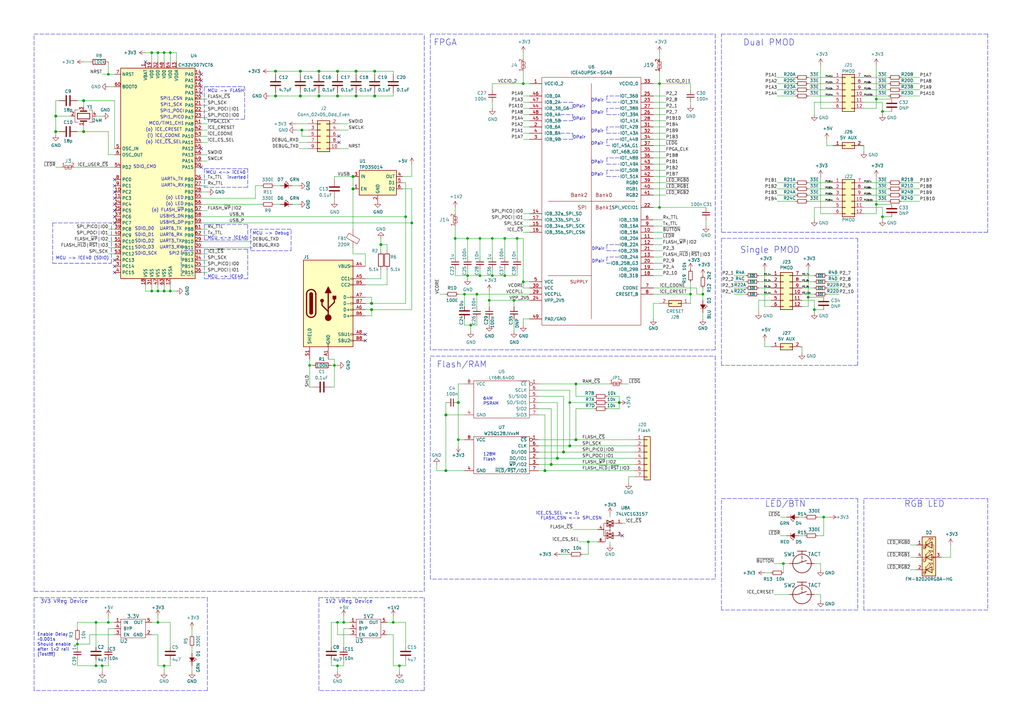
<source format=kicad_sch>
(kicad_sch (version 20211123) (generator eeschema)
  (paper "A3")
  (title_block (title "iCEBreaker - CH32V307 Test Board") (date "2022-02-21") (rev "V1.99a") (company "1BitSquared") (comment 1 "(C) 2022 Greg Davill <greg.davill@gmail.com>") (comment 2 "License: CC-BY-SA V4.0"))
  (junction (at 123.19 39.37) (diameter 1.016))
  (junction (at 207.01 113.03))
  (junction (at 138.43 273.05))
  (junction (at 156.21 100.33) (diameter 1.016))
  (junction (at 201.93 97.79))
  (junction (at 226.06 190.5) (diameter 1.016))
  (junction (at 39.37 273.05))
  (junction (at 337.82 212.09))
  (junction (at 144.78 72.39) (diameter 1.016))
  (junction (at 152.4 124.46) (diameter 1.016))
  (junction (at 359.41 40.64))
  (junction (at 201.93 113.03))
  (junction (at 64.77 21.59))
  (junction (at 113.03 29.21) (diameter 1.016))
  (junction (at 228.6 187.96) (diameter 1.016))
  (junction (at 31.75 264.16))
  (junction (at 44.45 255.27))
  (junction (at 196.85 113.03))
  (junction (at 163.83 273.05))
  (junction (at 22.86 53.975) (diameter 1.016))
  (junction (at 214.63 34.29))
  (junction (at 207.01 97.79))
  (junction (at 146.05 29.21) (diameter 1.016))
  (junction (at 146.05 39.37) (diameter 1.016))
  (junction (at 236.22 157.48))
  (junction (at 161.29 255.27))
  (junction (at 67.31 273.05))
  (junction (at 182.88 170.18) (diameter 1.016))
  (junction (at 187.96 165.1) (diameter 1.016))
  (junction (at 39.37 255.27))
  (junction (at 130.81 29.21) (diameter 1.016))
  (junction (at 168.91 91.44))
  (junction (at 361.95 45.72))
  (junction (at 186.69 97.79))
  (junction (at 241.3 222.25))
  (junction (at 138.43 39.37) (diameter 1.016))
  (junction (at 187.96 180.34))
  (junction (at 123.825 53.34))
  (junction (at 236.22 180.34) (diameter 1.016))
  (junction (at 41.91 273.05))
  (junction (at 270.51 85.09))
  (junction (at 144.78 77.47) (diameter 1.016))
  (junction (at 182.88 193.04) (diameter 1.016))
  (junction (at 67.31 119.38))
  (junction (at 130.81 39.37) (diameter 1.016))
  (junction (at 127 149.86))
  (junction (at 223.52 193.04) (diameter 1.016))
  (junction (at 283.21 120.65))
  (junction (at 190.5 120.65))
  (junction (at 200.66 123.19))
  (junction (at 212.09 97.79))
  (junction (at 288.29 120.65))
  (junction (at 210.82 123.19))
  (junction (at 69.85 21.59))
  (junction (at 334.01 127))
  (junction (at 166.37 88.9))
  (junction (at 359.41 83.82))
  (junction (at 152.4 127) (diameter 1.016))
  (junction (at 153.67 29.21) (diameter 1.016))
  (junction (at 140.97 255.27))
  (junction (at 195.58 120.65))
  (junction (at 231.14 185.42) (diameter 1.016))
  (junction (at 34.29 53.975) (diameter 1.016))
  (junction (at 123.19 29.21) (diameter 1.016))
  (junction (at 138.43 255.27))
  (junction (at 137.16 149.86))
  (junction (at 34.29 41.275) (diameter 1.016))
  (junction (at 138.43 29.21) (diameter 1.016))
  (junction (at 44.45 30.48))
  (junction (at 69.85 119.38))
  (junction (at 64.77 255.27))
  (junction (at 191.77 97.79))
  (junction (at 22.86 47.625) (diameter 1.016))
  (junction (at 233.68 165.1))
  (junction (at 321.31 231.14))
  (junction (at 270.51 34.29))
  (junction (at 193.04 133.35))
  (junction (at 113.03 39.37) (diameter 1.016))
  (junction (at 361.95 88.9))
  (junction (at 64.77 119.38))
  (junction (at 254 165.1) (diameter 1.016))
  (junction (at 62.23 119.38))
  (junction (at 153.67 39.37) (diameter 1.016))
  (junction (at 191.77 113.03))
  (junction (at 214.63 115.57))
  (junction (at 233.68 182.88) (diameter 1.016))
  (junction (at 62.23 21.59))
  (junction (at 196.85 97.79))
  (junction (at 331.47 121.92))
  (junction (at 67.31 21.59))
  (no_connect (at 59.69 25.4))
  (no_connect (at 149.86 139.7))
  (no_connect (at 82.55 38.1))
  (no_connect (at 82.55 35.56))
  (no_connect (at 82.55 33.02))
  (no_connect (at 82.55 30.48))
  (no_connect (at 82.55 60.96))
  (no_connect (at 46.99 91.44))
  (no_connect (at 82.55 68.58))
  (no_connect (at 46.99 73.66))
  (no_connect (at 46.99 76.2))
  (no_connect (at 46.99 78.74))
  (no_connect (at 46.99 81.28))
  (no_connect (at 46.99 83.82))
  (no_connect (at 46.99 86.36))
  (no_connect (at 46.99 88.9))
  (no_connect (at 46.99 111.76))
  (no_connect (at 46.99 109.22))
  (no_connect (at 46.99 106.68))
  (no_connect (at 255.27 219.71))
  (no_connect (at 149.86 137.16))
  (no_connect (at 139.065 55.88))
  (no_connect (at 139.065 58.42))
  (wire (pts (xy 267.97 59.69) (xy 273.05 59.69)))
  (wire (pts (xy 31.75 257.81) (xy 31.75 255.27)))
  (wire (pts (xy 138.43 38.1) (xy 138.43 39.37)))
  (wire (pts (xy 217.17 52.07) (xy 214.63 52.07)))
  (wire (pts (xy 46.99 41.275) (xy 46.99 60.96)))
  (wire (pts (xy 321.31 234.95) (xy 321.31 231.14)))
  (wire (pts (xy 201.93 34.29) (xy 201.93 36.83)))
  (polyline (pts (xy 173.99 245.11) (xy 173.99 283.21)))
  (wire (pts (xy 233.68 160.02) (xy 233.68 165.1)))
  (polyline (pts (xy 295.91 95.25) (xy 295.91 13.97)))
  (wire (pts (xy 153.67 38.1) (xy 153.67 39.37)))
  (polyline (pts (xy 101.6 69.215) (xy 83.82 69.215)))
  (polyline (pts (xy 13.97 242.57) (xy 13.97 13.97)))
  (wire (pts (xy 123.19 38.1) (xy 123.19 39.37)))
  (wire (pts (xy 62.23 260.35) (xy 64.77 260.35)))
  (wire (pts (xy 82.55 78.74) (xy 85.09 78.74)))
  (wire (pts (xy 138.43 29.21) (xy 146.05 29.21)))
  (wire (pts (xy 144.78 93.98) (xy 144.78 77.47)))
  (wire (pts (xy 85.09 76.2) (xy 82.55 76.2)))
  (wire (pts (xy 85.09 106.68) (xy 82.55 106.68)))
  (wire (pts (xy 120.015 76.2) (xy 122.555 76.2)))
  (wire (pts (xy 341.63 59.69) (xy 339.09 59.69)))
  (wire (pts (xy 322.58 212.09) (xy 320.04 212.09)))
  (wire (pts (xy 44.45 99.06) (xy 46.99 99.06)))
  (wire (pts (xy 31.75 264.16) (xy 31.75 265.43)))
  (wire (pts (xy 196.85 97.79) (xy 196.85 105.41)))
  (wire (pts (xy 78.74 257.81) (xy 78.74 260.35)))
  (wire (pts (xy 334.01 90.17) (xy 334.01 85.09)))
  (wire (pts (xy 186.69 85.09) (xy 186.69 87.63)))
  (wire (pts (xy 270.51 21.59) (xy 270.51 24.13)))
  (wire (pts (xy 69.85 273.05) (xy 69.85 270.51)))
  (wire (pts (xy 285.75 120.65) (xy 288.29 120.65)))
  (wire (pts (xy 186.69 97.79) (xy 186.69 105.41)))
  (wire (pts (xy 328.93 125.73) (xy 331.47 125.73)))
  (wire (pts (xy 191.77 97.79) (xy 186.69 97.79)))
  (wire (pts (xy 326.39 31.75) (xy 318.77 31.75)))
  (wire (pts (xy 217.17 54.61) (xy 214.63 54.61)))
  (wire (pts (xy 59.69 116.84) (xy 59.69 119.38)))
  (wire (pts (xy 64.77 255.27) (xy 69.85 255.27)))
  (wire (pts (xy 158.75 102.87) (xy 158.75 100.33)))
  (wire (pts (xy 161.29 255.27) (xy 161.29 252.73)))
  (wire (pts (xy 316.23 113.03) (xy 311.15 113.03)))
  (polyline (pts (xy 354.33 204.47) (xy 405.13 204.47)))
  (polyline (pts (xy 293.37 237.49) (xy 176.53 237.49)) (stroke (width 0) (type dash)))
  (wire (pts (xy 361.95 85.09) (xy 354.33 85.09)))
  (wire (pts (xy 31.75 262.89) (xy 31.75 264.16)))
  (wire (pts (xy 220.98 185.42) (xy 231.14 185.42)))
  (polyline (pts (xy 254 57.15) (xy 248.92 57.15)))
  (polyline (pts (xy 234.95 54.61) (xy 234.95 57.15)))
  (polyline (pts (xy 100.33 48.895) (xy 83.82 48.895)))
  (wire (pts (xy 166.37 74.93) (xy 166.37 88.9)))
  (wire (pts (xy 217.17 95.25) (xy 214.63 95.25)))
  (wire (pts (xy 316.23 118.11) (xy 311.15 118.11)))
  (wire (pts (xy 22.86 41.275) (xy 22.86 47.625)))
  (wire (pts (xy 223.52 193.04) (xy 260.35 193.04)))
  (wire (pts (xy 82.55 93.98) (xy 85.09 93.98)))
  (wire (pts (xy 187.96 180.34) (xy 190.5 180.34)))
  (polyline (pts (xy 173.99 283.21) (xy 130.81 283.21)))
  (wire (pts (xy 267.97 97.79) (xy 271.78 97.79)))
  (wire (pts (xy 311.15 128.27) (xy 311.15 123.19)))
  (wire (pts (xy 214.63 29.21) (xy 214.63 34.29)))
  (wire (pts (xy 187.96 157.48) (xy 187.96 165.1)))
  (wire (pts (xy 62.23 21.59) (xy 62.23 25.4)))
  (wire (pts (xy 196.85 113.03) (xy 196.85 110.49)))
  (wire (pts (xy 217.17 118.11) (xy 214.63 118.11)))
  (wire (pts (xy 267.97 92.71) (xy 271.78 92.71)))
  (wire (pts (xy 328.93 113.03) (xy 334.01 113.03)))
  (wire (pts (xy 214.63 115.57) (xy 214.63 118.11)))
  (polyline (pts (xy 293.37 143.51) (xy 176.53 143.51)))
  (wire (pts (xy 217.17 46.99) (xy 214.63 46.99)))
  (wire (pts (xy 64.77 260.35) (xy 64.77 273.05)))
  (wire (pts (xy 236.22 157.48) (xy 250.19 157.48)))
  (wire (pts (xy 233.68 160.02) (xy 220.98 160.02)))
  (polyline (pts (xy 234.95 49.53) (xy 229.87 49.53)))
  (wire (pts (xy 210.82 130.81) (xy 210.82 135.89)))
  (polyline (pts (xy 351.79 204.47) (xy 351.79 250.19)))
  (wire (pts (xy 267.97 77.47) (xy 273.05 77.47)))
  (polyline (pts (xy 85.09 245.11) (xy 85.09 283.21)))
  (polyline (pts (xy 75.565 102.87) (xy 79.375 102.87)))
  (wire (pts (xy 146.05 29.21) (xy 153.67 29.21)))
  (wire (pts (xy 62.23 255.27) (xy 64.77 255.27)))
  (wire (pts (xy 127 158.75) (xy 128.27 158.75)))
  (polyline (pts (xy 45.72 107.95) (xy 45.72 91.44)))
  (wire (pts (xy 104.775 76.2) (xy 107.315 76.2)))
  (wire (pts (xy 354.33 82.55) (xy 364.49 82.55)))
  (polyline (pts (xy 101.6 98.425) (xy 101.6 92.075)))
  (polyline (pts (xy 83.82 92.075) (xy 101.6 92.075)))
  (polyline (pts (xy 248.92 46.99) (xy 254 46.99)))
  (wire (pts (xy 138.43 29.21) (xy 138.43 30.48)))
  (wire (pts (xy 328.93 120.65) (xy 334.01 120.65)))
  (wire (pts (xy 267.97 34.29) (xy 270.51 34.29)))
  (wire (pts (xy 201.93 97.79) (xy 201.93 105.41)))
  (wire (pts (xy 22.86 47.625) (xy 22.86 53.975)))
  (wire (pts (xy 233.68 165.1) (xy 243.84 165.1)))
  (wire (pts (xy 327.66 219.71) (xy 330.2 219.71)))
  (wire (pts (xy 186.69 110.49) (xy 186.69 113.03)))
  (wire (pts (xy 316.23 234.95) (xy 313.69 234.95)))
  (polyline (pts (xy 83.82 48.895) (xy 83.82 35.56)))
  (wire (pts (xy 236.22 167.64) (xy 243.84 167.64)))
  (wire (pts (xy 336.55 243.84) (xy 336.55 246.38)))
  (wire (pts (xy 82.55 88.9) (xy 166.37 88.9)))
  (wire (pts (xy 334.01 85.09) (xy 341.63 85.09)))
  (wire (pts (xy 161.29 273.05) (xy 163.83 273.05)))
  (wire (pts (xy 316.23 120.65) (xy 311.15 120.65)))
  (wire (pts (xy 334.01 123.19) (xy 334.01 127)))
  (wire (pts (xy 112.395 83.82) (xy 114.935 83.82)))
  (wire (pts (xy 182.88 165.1) (xy 182.88 170.18)))
  (polyline (pts (xy 248.92 102.87) (xy 254 102.87)))
  (wire (pts (xy 361.95 88.9) (xy 365.76 88.9)))
  (wire (pts (xy 187.96 120.65) (xy 190.5 120.65)))
  (wire (pts (xy 168.91 91.44) (xy 168.91 127)))
  (wire (pts (xy 267.97 41.91) (xy 273.05 41.91)))
  (wire (pts (xy 267.97 110.49) (xy 271.78 110.49)))
  (polyline (pts (xy 74.295 113.03) (xy 79.375 113.03)))
  (wire (pts (xy 195.58 120.65) (xy 195.58 125.73)))
  (wire (pts (xy 158.75 100.33) (xy 156.21 100.33)))
  (wire (pts (xy 369.57 77.47) (xy 377.19 77.47)))
  (wire (pts (xy 359.41 87.63) (xy 354.33 87.63)))
  (wire (pts (xy 234.95 217.17) (xy 245.11 217.17)))
  (polyline (pts (xy 21.59 91.44) (xy 45.72 91.44)))
  (wire (pts (xy 207.01 97.79) (xy 207.01 105.41)))
  (polyline (pts (xy 21.59 107.95) (xy 45.72 107.95)))
  (wire (pts (xy 168.91 127) (xy 152.4 127)))
  (polyline (pts (xy 233.68 44.45) (xy 234.95 44.45)))
  (wire (pts (xy 267.97 67.31) (xy 273.05 67.31)))
  (wire (pts (xy 191.77 110.49) (xy 191.77 113.03)))
  (wire (pts (xy 336.55 87.63) (xy 336.55 72.39)))
  (wire (pts (xy 361.95 85.09) (xy 361.95 88.9)))
  (wire (pts (xy 78.74 265.43) (xy 78.74 267.97)))
  (wire (pts (xy 200.66 130.81) (xy 200.66 133.35)))
  (wire (pts (xy 44.45 104.14) (xy 46.99 104.14)))
  (polyline (pts (xy 295.91 250.19) (xy 295.91 204.47)))
  (wire (pts (xy 158.75 255.27) (xy 161.29 255.27)))
  (wire (pts (xy 163.83 273.05) (xy 163.83 275.59)))
  (polyline (pts (xy 100.33 35.56) (xy 100.33 48.895)))
  (wire (pts (xy 327.66 212.09) (xy 330.2 212.09)))
  (wire (pts (xy 389.89 228.6) (xy 389.89 223.52)))
  (wire (pts (xy 354.33 31.75) (xy 364.49 31.75)))
  (polyline (pts (xy 102.87 102.87) (xy 119.38 102.87)))
  (wire (pts (xy 69.85 21.59) (xy 67.31 21.59)))
  (wire (pts (xy 166.37 255.27) (xy 166.37 265.43)))
  (wire (pts (xy 369.57 74.93) (xy 377.19 74.93)))
  (polyline (pts (xy 295.91 204.47) (xy 351.79 204.47)))
  (wire (pts (xy 158.75 260.35) (xy 161.29 260.35)))
  (wire (pts (xy 123.19 39.37) (xy 113.03 39.37)))
  (polyline (pts (xy 295.91 13.97) (xy 405.13 13.97)))
  (wire (pts (xy 283.21 41.91) (xy 283.21 43.18)))
  (wire (pts (xy 326.39 34.29) (xy 318.77 34.29)))
  (wire (pts (xy 190.5 170.18) (xy 182.88 170.18)))
  (wire (pts (xy 369.57 80.01) (xy 377.19 80.01)))
  (wire (pts (xy 354.33 34.29) (xy 364.49 34.29)))
  (wire (pts (xy 369.57 34.29) (xy 377.19 34.29)))
  (wire (pts (xy 44.45 63.5) (xy 46.99 63.5)))
  (wire (pts (xy 207.01 97.79) (xy 201.93 97.79)))
  (wire (pts (xy 201.93 41.91) (xy 201.93 44.45)))
  (polyline (pts (xy 254 44.45) (xy 248.92 44.45)))
  (wire (pts (xy 149.86 129.54) (xy 152.4 129.54)))
  (wire (pts (xy 135.89 158.75) (xy 137.16 158.75)))
  (wire (pts (xy 113.03 29.21) (xy 113.03 30.48)))
  (wire (pts (xy 123.19 29.21) (xy 130.81 29.21)))
  (wire (pts (xy 191.77 97.79) (xy 191.77 105.41)))
  (wire (pts (xy 85.09 111.76) (xy 82.55 111.76)))
  (wire (pts (xy 85.09 63.5) (xy 82.55 63.5)))
  (polyline (pts (xy 254 100.33) (xy 248.92 100.33)))
  (wire (pts (xy 152.4 121.92) (xy 152.4 124.46)))
  (wire (pts (xy 193.04 133.35) (xy 193.04 135.89)))
  (wire (pts (xy 31.75 53.975) (xy 34.29 53.975)))
  (wire (pts (xy 29.21 47.625) (xy 22.86 47.625)))
  (wire (pts (xy 288.29 118.11) (xy 288.29 120.65)))
  (wire (pts (xy 64.77 116.84) (xy 64.77 119.38)))
  (wire (pts (xy 267.97 80.01) (xy 273.05 80.01)))
  (wire (pts (xy 190.5 120.65) (xy 195.58 120.65)))
  (wire (pts (xy 217.17 34.29) (xy 214.63 34.29)))
  (wire (pts (xy 359.41 44.45) (xy 359.41 40.64)))
  (wire (pts (xy 328.93 142.24) (xy 328.93 144.78)))
  (wire (pts (xy 39.37 270.51) (xy 39.37 273.05)))
  (wire (pts (xy 149.86 116.84) (xy 158.75 116.84)))
  (wire (pts (xy 127 147.32) (xy 127 149.86)))
  (wire (pts (xy 214.63 21.59) (xy 214.63 24.13)))
  (wire (pts (xy 152.4 124.46) (xy 166.37 124.46)))
  (wire (pts (xy 130.81 29.21) (xy 138.43 29.21)))
  (wire (pts (xy 212.09 110.49) (xy 212.09 113.03)))
  (wire (pts (xy 326.39 39.37) (xy 318.77 39.37)))
  (wire (pts (xy 212.09 97.79) (xy 207.01 97.79)))
  (wire (pts (xy 257.81 195.58) (xy 257.81 198.12)))
  (wire (pts (xy 182.88 170.18) (xy 182.88 193.04)))
  (polyline (pts (xy 83.82 92.075) (xy 83.82 98.425)))
  (wire (pts (xy 267.97 74.93) (xy 273.05 74.93)))
  (wire (pts (xy 190.5 157.48) (xy 187.96 157.48)))
  (wire (pts (xy 137.16 72.39) (xy 144.78 72.39)))
  (wire (pts (xy 270.51 29.21) (xy 270.51 34.29)))
  (wire (pts (xy 337.82 219.71) (xy 337.82 212.09)))
  (wire (pts (xy 210.82 123.19) (xy 217.17 123.19)))
  (wire (pts (xy 359.41 40.64) (xy 359.41 26.67)))
  (wire (pts (xy 85.09 66.04) (xy 82.55 66.04)))
  (wire (pts (xy 191.77 113.03) (xy 191.77 114.3)))
  (wire (pts (xy 214.63 97.79) (xy 214.63 115.57)))
  (wire (pts (xy 85.09 48.26) (xy 82.55 48.26)))
  (wire (pts (xy 270.51 34.29) (xy 283.21 34.29)))
  (wire (pts (xy 336.55 87.63) (xy 341.63 87.63)))
  (wire (pts (xy 165.1 72.39) (xy 168.91 72.39)))
  (wire (pts (xy 149.86 104.14) (xy 144.78 104.14)))
  (wire (pts (xy 67.31 116.84) (xy 67.31 119.38)))
  (wire (pts (xy 341.63 44.45) (xy 336.55 44.45)))
  (wire (pts (xy 248.92 165.1) (xy 254 165.1)))
  (wire (pts (xy 138.43 255.27) (xy 140.97 255.27)))
  (wire (pts (xy 191.77 113.03) (xy 196.85 113.03)))
  (wire (pts (xy 123.825 53.34) (xy 123.825 55.88)))
  (wire (pts (xy 140.97 257.81) (xy 140.97 265.43)))
  (wire (pts (xy 186.69 113.03) (xy 191.77 113.03)))
  (wire (pts (xy 339.09 115.57) (xy 344.17 115.57)))
  (wire (pts (xy 331.47 121.92) (xy 337.82 121.92)))
  (polyline (pts (xy 176.53 13.97) (xy 293.37 13.97)))
  (wire (pts (xy 267.97 113.03) (xy 271.78 113.03)))
  (wire (pts (xy 220.98 167.64) (xy 226.06 167.64)))
  (wire (pts (xy 369.57 36.83) (xy 377.19 36.83)))
  (wire (pts (xy 156.21 100.33) (xy 156.21 102.87)))
  (wire (pts (xy 67.31 273.05) (xy 67.31 275.59)))
  (wire (pts (xy 254 162.56) (xy 248.92 162.56)))
  (wire (pts (xy 341.63 41.91) (xy 334.01 41.91)))
  (wire (pts (xy 137.16 149.86) (xy 138.43 149.86)))
  (wire (pts (xy 72.39 21.59) (xy 69.85 21.59)))
  (wire (pts (xy 44.45 255.27) (xy 46.99 255.27)))
  (polyline (pts (xy 13.97 13.97) (xy 173.99 13.97)))
  (wire (pts (xy 359.41 83.82) (xy 365.76 83.82)))
  (polyline (pts (xy 351.79 250.19) (xy 295.91 250.19)))
  (wire (pts (xy 82.55 96.52) (xy 85.09 96.52)))
  (wire (pts (xy 341.63 34.29) (xy 331.47 34.29)))
  (wire (pts (xy 139.065 53.34) (xy 142.875 53.34)))
  (wire (pts (xy 373.38 223.52) (xy 375.92 223.52)))
  (wire (pts (xy 231.14 185.42) (xy 260.35 185.42)))
  (wire (pts (xy 123.825 55.88) (xy 126.365 55.88)))
  (polyline (pts (xy 83.82 102.235) (xy 83.82 114.3)))
  (wire (pts (xy 326.39 77.47) (xy 318.77 77.47)))
  (wire (pts (xy 44.45 96.52) (xy 46.99 96.52)))
  (polyline (pts (xy 248.92 41.91) (xy 254 41.91)))
  (polyline (pts (xy 405.13 204.47) (xy 405.13 250.19)))
  (wire (pts (xy 267.97 72.39) (xy 273.05 72.39)))
  (wire (pts (xy 138.43 273.05) (xy 138.43 275.59)))
  (polyline (pts (xy 173.99 242.57) (xy 173.99 13.97)))
  (wire (pts (xy 220.98 182.88) (xy 233.68 182.88)))
  (polyline (pts (xy 405.13 95.25) (xy 295.91 95.25)))
  (wire (pts (xy 82.55 55.88) (xy 85.09 55.88)))
  (wire (pts (xy 354.33 44.45) (xy 359.41 44.45)))
  (wire (pts (xy 64.77 119.38) (xy 67.31 119.38)))
  (wire (pts (xy 361.95 45.72) (xy 365.76 45.72)))
  (wire (pts (xy 328.93 123.19) (xy 334.01 123.19)))
  (wire (pts (xy 386.08 228.6) (xy 389.89 228.6)))
  (wire (pts (xy 359.41 40.64) (xy 365.76 40.64)))
  (wire (pts (xy 34.29 25.4) (xy 36.83 25.4)))
  (wire (pts (xy 267.97 62.23) (xy 273.05 62.23)))
  (wire (pts (xy 369.57 39.37) (xy 377.19 39.37)))
  (polyline (pts (xy 295.91 97.79) (xy 295.91 149.86)))
  (wire (pts (xy 152.4 127) (xy 149.86 127)))
  (wire (pts (xy 322.58 219.71) (xy 320.04 219.71)))
  (wire (pts (xy 130.81 39.37) (xy 138.43 39.37)))
  (wire (pts (xy 140.97 273.05) (xy 140.97 270.51)))
  (wire (pts (xy 69.85 116.84) (xy 69.85 119.38)))
  (wire (pts (xy 190.5 125.73) (xy 190.5 120.65)))
  (wire (pts (xy 217.17 130.81) (xy 214.63 130.81)))
  (wire (pts (xy 196.85 97.79) (xy 191.77 97.79)))
  (wire (pts (xy 289.56 90.17) (xy 289.56 92.71)))
  (wire (pts (xy 200.66 123.19) (xy 210.82 123.19)))
  (polyline (pts (xy 13.97 283.21) (xy 13.97 245.11)))
  (polyline (pts (xy 248.92 107.95) (xy 250.19 107.95)))
  (wire (pts (xy 267.97 105.41) (xy 271.78 105.41)))
  (polyline (pts (xy 248.92 57.15) (xy 248.92 59.69)))
  (wire (pts (xy 82.55 83.82) (xy 107.315 83.82)))
  (wire (pts (xy 62.23 119.38) (xy 64.77 119.38)))
  (wire (pts (xy 34.29 41.275) (xy 34.29 43.815)))
  (wire (pts (xy 166.37 273.05) (xy 166.37 270.51)))
  (wire (pts (xy 82.55 99.06) (xy 103.505 99.06)))
  (polyline (pts (xy 83.82 35.56) (xy 100.33 35.56)))
  (wire (pts (xy 207.01 110.49) (xy 207.01 113.03)))
  (polyline (pts (xy 248.92 54.61) (xy 254 54.61)))
  (wire (pts (xy 146.05 29.21) (xy 146.05 30.48)))
  (wire (pts (xy 44.45 255.27) (xy 44.45 252.73)))
  (wire (pts (xy 137.16 72.39) (xy 137.16 73.66)))
  (wire (pts (xy 267.97 44.45) (xy 273.05 44.45)))
  (wire (pts (xy 31.75 270.51) (xy 31.75 273.05)))
  (wire (pts (xy 359.41 87.63) (xy 359.41 83.82)))
  (polyline (pts (xy 254 69.85) (xy 248.92 69.85)))
  (wire (pts (xy 313.69 142.24) (xy 313.69 139.7)))
  (wire (pts (xy 336.55 44.45) (xy 336.55 26.67)))
  (wire (pts (xy 104.775 76.2) (xy 104.775 81.28)))
  (wire (pts (xy 220.98 190.5) (xy 226.06 190.5)))
  (wire (pts (xy 207.01 113.03) (xy 201.93 113.03)))
  (wire (pts (xy 22.86 55.245) (xy 22.86 53.975)))
  (wire (pts (xy 182.88 193.04) (xy 190.5 193.04)))
  (polyline (pts (xy 248.92 59.69) (xy 250.19 59.69)))
  (wire (pts (xy 373.38 228.6) (xy 375.92 228.6)))
  (polyline (pts (xy 351.79 97.79) (xy 351.79 149.86)))
  (wire (pts (xy 146.05 39.37) (xy 153.67 39.37)))
  (polyline (pts (xy 248.92 52.07) (xy 248.92 54.61)))
  (wire (pts (xy 143.51 260.35) (xy 138.43 260.35)))
  (wire (pts (xy 113.03 39.37) (xy 113.03 38.1)))
  (wire (pts (xy 267.97 124.46) (xy 267.97 130.81)))
  (polyline (pts (xy 13.97 245.11) (xy 85.09 245.11)))
  (wire (pts (xy 85.09 40.64) (xy 82.55 40.64)))
  (wire (pts (xy 337.82 219.71) (xy 335.28 219.71)))
  (wire (pts (xy 137.16 81.28) (xy 137.16 82.55)))
  (wire (pts (xy 267.97 118.11) (xy 285.75 118.11)))
  (wire (pts (xy 361.95 45.72) (xy 361.95 46.99)))
  (wire (pts (xy 82.55 81.28) (xy 104.775 81.28)))
  (wire (pts (xy 153.67 39.37) (xy 161.29 39.37)))
  (wire (pts (xy 161.29 260.35) (xy 161.29 273.05)))
  (wire (pts (xy 163.83 273.05) (xy 166.37 273.05)))
  (wire (pts (xy 354.33 77.47) (xy 364.49 77.47)))
  (wire (pts (xy 135.89 255.27) (xy 138.43 255.27)))
  (wire (pts (xy 39.37 47.625) (xy 41.91 47.625)))
  (polyline (pts (xy 254 52.07) (xy 248.92 52.07)))
  (wire (pts (xy 112.395 76.2) (xy 114.935 76.2)))
  (polyline (pts (xy 248.92 100.33) (xy 248.92 102.87)))
  (wire (pts (xy 267.97 120.65) (xy 283.21 120.65)))
  (wire (pts (xy 30.48 68.58) (xy 46.99 68.58)))
  (wire (pts (xy 339.09 59.69) (xy 339.09 57.15)))
  (wire (pts (xy 85.09 86.36) (xy 82.55 86.36)))
  (wire (pts (xy 217.17 90.17) (xy 214.63 90.17)))
  (wire (pts (xy 190.5 130.81) (xy 190.5 133.35)))
  (wire (pts (xy 180.34 120.65) (xy 182.88 120.65)))
  (wire (pts (xy 311.15 123.19) (xy 316.23 123.19)))
  (wire (pts (xy 134.62 147.32) (xy 137.16 147.32)))
  (wire (pts (xy 139.065 60.96) (xy 142.875 60.96)))
  (wire (pts (xy 241.3 222.25) (xy 245.11 222.25)))
  (polyline (pts (xy 234.95 46.99) (xy 234.95 49.53)))
  (wire (pts (xy 186.69 92.71) (xy 186.69 97.79)))
  (wire (pts (xy 138.43 260.35) (xy 138.43 255.27)))
  (polyline (pts (xy 293.37 146.05) (xy 293.37 237.49)) (stroke (width 0) (type dash)))
  (wire (pts (xy 138.43 273.05) (xy 140.97 273.05)))
  (wire (pts (xy 267.97 107.95) (xy 271.78 107.95)))
  (wire (pts (xy 46.99 35.56) (xy 44.45 35.56)))
  (wire (pts (xy 233.68 165.1) (xy 233.68 182.88)))
  (polyline (pts (xy 254 39.37) (xy 248.92 39.37)))
  (wire (pts (xy 317.5 231.14) (xy 321.31 231.14)))
  (wire (pts (xy 165.1 77.47) (xy 168.91 77.47)))
  (wire (pts (xy 267.97 100.33) (xy 271.78 100.33)))
  (wire (pts (xy 354.33 74.93) (xy 364.49 74.93)))
  (wire (pts (xy 31.75 255.27) (xy 39.37 255.27)))
  (wire (pts (xy 195.58 130.81) (xy 195.58 133.35)))
  (wire (pts (xy 59.69 21.59) (xy 62.23 21.59)))
  (polyline (pts (xy 83.82 76.835) (xy 101.6 76.835)))
  (wire (pts (xy 220.98 170.18) (xy 223.52 170.18)))
  (polyline (pts (xy 119.38 102.87) (xy 119.38 93.98)))
  (wire (pts (xy 220.98 193.04) (xy 223.52 193.04)))
  (polyline (pts (xy 74.295 102.87) (xy 74.295 113.03)))
  (wire (pts (xy 31.75 273.05) (xy 39.37 273.05)))
  (wire (pts (xy 153.67 29.21) (xy 153.67 30.48)))
  (wire (pts (xy 233.68 182.88) (xy 260.35 182.88)))
  (wire (pts (xy 22.86 68.58) (xy 25.4 68.58)))
  (wire (pts (xy 341.63 82.55) (xy 331.47 82.55)))
  (polyline (pts (xy 21.59 91.44) (xy 21.59 107.95)))
  (wire (pts (xy 201.93 97.79) (xy 196.85 97.79)))
  (wire (pts (xy 34.29 51.435) (xy 34.29 53.975)))
  (polyline (pts (xy 102.87 93.98) (xy 102.87 102.87)))
  (wire (pts (xy 62.23 116.84) (xy 62.23 119.38)))
  (wire (pts (xy 359.41 83.82) (xy 359.41 72.39)))
  (wire (pts (xy 316.23 125.73) (xy 313.69 125.73)))
  (polyline (pts (xy 176.53 143.51) (xy 176.53 13.97)))
  (wire (pts (xy 217.17 120.65) (xy 195.58 120.65)))
  (wire (pts (xy 316.23 115.57) (xy 311.15 115.57)))
  (wire (pts (xy 250.19 222.25) (xy 250.19 223.52)))
  (polyline (pts (xy 176.53 146.05) (xy 293.37 146.05)) (stroke (width 0) (type dash)))
  (wire (pts (xy 64.77 255.27) (xy 64.77 252.73)))
  (wire (pts (xy 214.63 130.81) (xy 214.63 133.35)))
  (wire (pts (xy 217.17 87.63) (xy 214.63 87.63)))
  (wire (pts (xy 306.07 118.11) (xy 300.99 118.11)))
  (wire (pts (xy 339.09 113.03) (xy 344.17 113.03)))
  (wire (pts (xy 41.91 30.48) (xy 44.45 30.48)))
  (wire (pts (xy 161.29 255.27) (xy 166.37 255.27)))
  (polyline (pts (xy 234.95 44.45) (xy 234.95 41.91)))
  (polyline (pts (xy 293.37 13.97) (xy 293.37 143.51)))
  (wire (pts (xy 361.95 41.91) (xy 361.95 45.72)))
  (wire (pts (xy 110.49 29.21) (xy 113.03 29.21)))
  (wire (pts (xy 78.74 273.05) (xy 78.74 275.59)))
  (polyline (pts (xy 101.6 114.3) (xy 83.82 114.3)))
  (wire (pts (xy 229.87 227.33) (xy 233.68 227.33)))
  (wire (pts (xy 373.38 233.68) (xy 375.92 233.68)))
  (wire (pts (xy 241.3 222.25) (xy 241.3 227.33)))
  (wire (pts (xy 44.45 93.98) (xy 46.99 93.98)))
  (wire (pts (xy 354.33 41.91) (xy 361.95 41.91)))
  (wire (pts (xy 288.29 120.65) (xy 288.29 123.19)))
  (wire (pts (xy 82.55 91.44) (xy 168.91 91.44)))
  (wire (pts (xy 283.21 34.29) (xy 283.21 36.83)))
  (wire (pts (xy 369.57 31.75) (xy 377.19 31.75)))
  (wire (pts (xy 326.39 74.93) (xy 318.77 74.93)))
  (wire (pts (xy 228.6 187.96) (xy 260.35 187.96)))
  (wire (pts (xy 267.97 95.25) (xy 271.78 95.25)))
  (polyline (pts (xy 254 64.77) (xy 248.92 64.77)))
  (wire (pts (xy 156.21 110.49) (xy 156.21 114.3)))
  (wire (pts (xy 361.95 88.9) (xy 361.95 90.17)))
  (wire (pts (xy 354.33 59.69) (xy 354.33 62.23)))
  (wire (pts (xy 41.91 273.05) (xy 41.91 275.59)))
  (polyline (pts (xy 101.6 102.235) (xy 101.6 114.3)))
  (wire (pts (xy 156.21 97.79) (xy 156.21 100.33)))
  (wire (pts (xy 135.89 273.05) (xy 138.43 273.05)))
  (wire (pts (xy 270.51 85.09) (xy 289.56 85.09)))
  (wire (pts (xy 267.97 85.09) (xy 270.51 85.09)))
  (wire (pts (xy 228.6 165.1) (xy 228.6 187.96)))
  (polyline (pts (xy 234.95 41.91) (xy 229.87 41.91)))
  (wire (pts (xy 39.37 255.27) (xy 44.45 255.27)))
  (wire (pts (xy 226.06 167.64) (xy 226.06 190.5)))
  (wire (pts (xy 123.825 53.34) (xy 121.285 53.34)))
  (wire (pts (xy 24.13 53.975) (xy 22.86 53.975)))
  (wire (pts (xy 138.43 39.37) (xy 146.05 39.37)))
  (wire (pts (xy 341.63 31.75) (xy 331.47 31.75)))
  (wire (pts (xy 236.22 180.34) (xy 260.35 180.34)))
  (wire (pts (xy 153.67 29.21) (xy 161.29 29.21)))
  (wire (pts (xy 144.78 77.47) (xy 144.78 72.39)))
  (polyline (pts (xy 248.92 72.39) (xy 254 72.39)))
  (wire (pts (xy 44.45 101.6) (xy 46.99 101.6)))
  (wire (pts (xy 328.93 118.11) (xy 334.01 118.11)))
  (wire (pts (xy 217.17 39.37) (xy 214.63 39.37)))
  (wire (pts (xy 149.86 121.92) (xy 152.4 121.92)))
  (polyline (pts (xy 248.92 69.85) (xy 248.92 72.39)))
  (wire (pts (xy 72.39 21.59) (xy 72.39 25.4)))
  (polyline (pts (xy 119.38 93.98) (xy 102.87 93.98)))
  (wire (pts (xy 306.07 115.57) (xy 300.99 115.57)))
  (polyline (pts (xy 405.13 13.97) (xy 405.13 95.25)))
  (wire (pts (xy 267.97 52.07) (xy 273.05 52.07)))
  (wire (pts (xy 31.75 41.275) (xy 34.29 41.275)))
  (wire (pts (xy 67.31 21.59) (xy 67.31 25.4)))
  (wire (pts (xy 354.33 80.01) (xy 364.49 80.01)))
  (wire (pts (xy 354.33 39.37) (xy 364.49 39.37)))
  (wire (pts (xy 336.55 231.14) (xy 336.55 233.68)))
  (wire (pts (xy 313.69 125.73) (xy 313.69 110.49)))
  (polyline (pts (xy 13.97 242.57) (xy 173.99 242.57)))
  (wire (pts (xy 82.55 50.8) (xy 85.09 50.8)))
  (wire (pts (xy 137.16 158.75) (xy 137.16 149.86)))
  (wire (pts (xy 217.17 49.53) (xy 214.63 49.53)))
  (polyline (pts (xy 295.91 97.79) (xy 351.79 97.79)))
  (wire (pts (xy 149.86 124.46) (xy 152.4 124.46)))
  (wire (pts (xy 123.19 29.21) (xy 113.03 29.21)))
  (wire (pts (xy 306.07 120.65) (xy 300.99 120.65)))
  (wire (pts (xy 187.96 180.34) (xy 187.96 182.88)))
  (wire (pts (xy 82.55 101.6) (xy 103.505 101.6)))
  (wire (pts (xy 200.66 123.19) (xy 200.66 119.38)))
  (wire (pts (xy 201.93 110.49) (xy 201.93 113.03)))
  (wire (pts (xy 110.49 39.37) (xy 113.03 39.37)))
  (wire (pts (xy 334.01 243.84) (xy 336.55 243.84)))
  (wire (pts (xy 143.51 257.81) (xy 140.97 257.81)))
  (wire (pts (xy 255.27 157.48) (xy 257.81 157.48)))
  (wire (pts (xy 331.47 125.73) (xy 331.47 121.92)))
  (wire (pts (xy 165.1 74.93) (xy 166.37 74.93)))
  (wire (pts (xy 39.37 273.05) (xy 41.91 273.05)))
  (wire (pts (xy 334.01 41.91) (xy 334.01 46.99)))
  (wire (pts (xy 331.47 121.92) (xy 331.47 110.49)))
  (wire (pts (xy 149.86 104.14) (xy 149.86 109.22)))
  (wire (pts (xy 267.97 69.85) (xy 273.05 69.85)))
  (wire (pts (xy 130.81 38.1) (xy 130.81 39.37)))
  (wire (pts (xy 64.77 21.59) (xy 64.77 25.4)))
  (wire (pts (xy 214.63 34.29) (xy 201.93 34.29)))
  (wire (pts (xy 210.82 125.73) (xy 210.82 123.19)))
  (wire (pts (xy 341.63 80.01) (xy 331.47 80.01)))
  (wire (pts (xy 34.29 53.975) (xy 44.45 53.975)))
  (polyline (pts (xy 229.87 54.61) (xy 234.95 54.61)))
  (wire (pts (xy 126.365 53.34) (xy 123.825 53.34)))
  (wire (pts (xy 214.63 97.79) (xy 212.09 97.79)))
  (wire (pts (xy 220.98 157.48) (xy 236.22 157.48)))
  (wire (pts (xy 326.39 36.83) (xy 318.77 36.83)))
  (wire (pts (xy 193.04 133.35) (xy 190.5 133.35)))
  (wire (pts (xy 236.22 167.64) (xy 236.22 180.34)))
  (wire (pts (xy 200.66 123.19) (xy 200.66 125.73)))
  (wire (pts (xy 44.45 53.975) (xy 44.45 63.5)))
  (wire (pts (xy 179.07 193.04) (xy 182.88 193.04)))
  (wire (pts (xy 22.86 41.275) (xy 24.13 41.275)))
  (polyline (pts (xy 248.92 67.31) (xy 254 67.31)))
  (wire (pts (xy 220.98 162.56) (xy 231.14 162.56)))
  (wire (pts (xy 36.83 264.16) (xy 36.83 260.35)))
  (polyline (pts (xy 229.87 46.99) (xy 234.95 46.99)))
  (wire (pts (xy 267.97 57.15) (xy 273.05 57.15)))
  (wire (pts (xy 220.98 180.34) (xy 236.22 180.34)))
  (wire (pts (xy 226.06 190.5) (xy 260.35 190.5)))
  (wire (pts (xy 316.23 142.24) (xy 313.69 142.24)))
  (wire (pts (xy 122.555 60.96) (xy 126.365 60.96)))
  (wire (pts (xy 85.09 73.66) (xy 82.55 73.66)))
  (wire (pts (xy 341.63 77.47) (xy 331.47 77.47)))
  (wire (pts (xy 85.09 58.42) (xy 82.55 58.42)))
  (polyline (pts (xy 248.92 64.77) (xy 248.92 67.31)))
  (wire (pts (xy 254 167.64) (xy 248.92 167.64)))
  (wire (pts (xy 122.555 58.42) (xy 126.365 58.42)))
  (wire (pts (xy 217.17 115.57) (xy 214.63 115.57)))
  (wire (pts (xy 46.99 30.48) (xy 44.45 30.48)))
  (wire (pts (xy 140.97 255.27) (xy 140.97 252.73)))
  (wire (pts (xy 69.85 119.38) (xy 72.39 119.38)))
  (wire (pts (xy 161.29 29.21) (xy 161.29 30.48)))
  (wire (pts (xy 39.37 255.27) (xy 39.37 265.43)))
  (wire (pts (xy 64.77 21.59) (xy 62.23 21.59)))
  (wire (pts (xy 121.285 50.8) (xy 126.365 50.8)))
  (wire (pts (xy 34.29 41.275) (xy 46.99 41.275)))
  (wire (pts (xy 267.97 102.87) (xy 271.78 102.87)))
  (wire (pts (xy 140.97 255.27) (xy 143.51 255.27)))
  (wire (pts (xy 158.75 116.84) (xy 158.75 110.49)))
  (wire (pts (xy 44.45 273.05) (xy 44.45 270.51)))
  (wire (pts (xy 135.89 149.86) (xy 137.16 149.86)))
  (wire (pts (xy 288.29 128.27) (xy 288.29 130.81)))
  (polyline (pts (xy 248.92 105.41) (xy 248.92 107.95)))
  (polyline (pts (xy 130.81 283.21) (xy 130.81 245.11)))
  (wire (pts (xy 31.75 264.16) (xy 36.83 264.16)))
  (wire (pts (xy 267.97 46.99) (xy 273.05 46.99)))
  (polyline (pts (xy 405.13 250.19) (xy 354.33 250.19)))
  (wire (pts (xy 67.31 119.38) (xy 69.85 119.38)))
  (wire (pts (xy 283.21 124.46) (xy 283.21 120.65)))
  (wire (pts (xy 231.14 162.56) (xy 231.14 185.42)))
  (wire (pts (xy 168.91 67.31) (xy 168.91 72.39)))
  (wire (pts (xy 335.28 212.09) (xy 337.82 212.09)))
  (wire (pts (xy 220.98 187.96) (xy 228.6 187.96)))
  (wire (pts (xy 201.93 113.03) (xy 196.85 113.03)))
  (wire (pts (xy 317.5 243.84) (xy 323.85 243.84)))
  (polyline (pts (xy 83.82 69.215) (xy 83.82 76.835)))
  (wire (pts (xy 120.015 83.82) (xy 122.555 83.82)))
  (wire (pts (xy 127 149.86) (xy 127 158.75)))
  (wire (pts (xy 328.93 115.57) (xy 334.01 115.57)))
  (wire (pts (xy 82.55 53.34) (xy 85.09 53.34)))
  (polyline (pts (xy 351.79 149.86) (xy 295.91 149.86)))
  (wire (pts (xy 46.99 257.81) (xy 44.45 257.81)))
  (wire (pts (xy 217.17 57.15) (xy 214.63 57.15)))
  (wire (pts (xy 339.09 120.65) (xy 344.17 120.65)))
  (wire (pts (xy 123.19 39.37) (xy 130.81 39.37)))
  (wire (pts (xy 146.05 38.1) (xy 146.05 39.37)))
  (wire (pts (xy 67.31 21.59) (xy 64.77 21.59)))
  (wire (pts (xy 135.89 255.27) (xy 135.89 265.43)))
  (wire (pts (xy 254 165.1) (xy 254 162.56)))
  (wire (pts (xy 340.36 212.09) (xy 337.82 212.09)))
  (wire (pts (xy 285.75 118.11) (xy 285.75 120.65)))
  (wire (pts (xy 69.85 21.59) (xy 69.85 25.4)))
  (polyline (pts (xy 79.375 102.87) (xy 74.295 102.87)))
  (wire (pts (xy 168.91 77.47) (xy 168.91 91.44)))
  (wire (pts (xy 220.98 165.1) (xy 228.6 165.1)))
  (wire (pts (xy 236.22 162.56) (xy 236.22 157.48)))
  (wire (pts (xy 260.35 195.58) (xy 257.81 195.58)))
  (wire (pts (xy 267.97 39.37) (xy 273.05 39.37)))
  (wire (pts (xy 341.63 39.37) (xy 331.47 39.37)))
  (polyline (pts (xy 234.95 57.15) (xy 229.87 57.15)))
  (wire (pts (xy 64.77 273.05) (xy 67.31 273.05)))
  (polyline (pts (xy 83.82 98.425) (xy 101.6 98.425)))
  (wire (pts (xy 254 165.1) (xy 254 167.64)))
  (wire (pts (xy 85.09 43.18) (xy 82.55 43.18)))
  (wire (pts (xy 339.09 118.11) (xy 344.17 118.11)))
  (wire (pts (xy 152.4 129.54) (xy 152.4 127)))
  (wire (pts (xy 137.16 147.32) (xy 137.16 149.86)))
  (wire (pts (xy 69.85 255.27) (xy 69.85 265.43)))
  (wire (pts (xy 223.52 170.18) (xy 223.52 193.04)))
  (wire (pts (xy 135.89 270.51) (xy 135.89 273.05)))
  (wire (pts (xy 127 149.86) (xy 128.27 149.86)))
  (wire (pts (xy 326.39 80.01) (xy 318.77 80.01)))
  (wire (pts (xy 250.19 210.82) (xy 250.19 212.09)))
  (wire (pts (xy 255.27 214.63) (xy 256.54 214.63)))
  (wire (pts (xy 334.01 127) (xy 337.82 127)))
  (wire (pts (xy 130.81 29.21) (xy 130.81 30.48)))
  (wire (pts (xy 123.19 30.48) (xy 123.19 29.21)))
  (wire (pts (xy 238.76 227.33) (xy 241.3 227.33)))
  (polyline (pts (xy 101.6 69.215) (xy 101.6 76.835)))
  (wire (pts (xy 166.37 88.9) (xy 166.37 124.46)))
  (wire (pts (xy 354.33 36.83) (xy 364.49 36.83)))
  (wire (pts (xy 179.07 193.04) (xy 179.07 190.5)))
  (wire (pts (xy 306.07 113.03) (xy 300.99 113.03)))
  (wire (pts (xy 212.09 97.79) (xy 212.09 105.41)))
  (wire (pts (xy 270.51 34.29) (xy 270.51 85.09)))
  (polyline (pts (xy 248.92 39.37) (xy 248.92 41.91)))
  (wire (pts (xy 267.97 49.53) (xy 273.05 49.53)))
  (polyline (pts (xy 176.53 237.49) (xy 176.53 146.05)) (stroke (width 0) (type dash)))
  (wire (pts (xy 270.51 124.46) (xy 267.97 124.46)))
  (wire (pts (xy 236.22 162.56) (xy 243.84 162.56)))
  (wire (pts (xy 85.09 45.72) (xy 82.55 45.72)))
  (wire (pts (xy 195.58 133.35) (xy 193.04 133.35)))
  (wire (pts (xy 44.45 257.81) (xy 44.45 265.43)))
  (wire (pts (xy 237.49 222.25) (xy 241.3 222.25)))
  (polyline (pts (xy 130.81 245.11) (xy 173.99 245.11)))
  (polyline (pts (xy 83.82 102.235) (xy 101.6 102.235)))
  (wire (pts (xy 326.39 82.55) (xy 318.77 82.55)))
  (wire (pts (xy 139.065 50.8) (xy 142.875 50.8)))
  (polyline (pts (xy 254 105.41) (xy 248.92 105.41)))
  (wire (pts (xy 334.01 127) (xy 334.01 128.27)))
  (wire (pts (xy 341.63 36.83) (xy 331.47 36.83)))
  (wire (pts (xy 41.91 273.05) (xy 44.45 273.05)))
  (wire (pts (xy 267.97 64.77) (xy 273.05 64.77)))
  (wire (pts (xy 85.09 109.22) (xy 82.55 109.22)))
  (wire (pts (xy 187.96 165.1) (xy 187.96 180.34)))
  (wire (pts (xy 59.69 119.38) (xy 62.23 119.38)))
  (wire (pts (xy 283.21 120.65) (xy 283.21 115.57)))
  (polyline (pts (xy 85.09 283.21) (xy 13.97 283.21)))
  (wire (pts (xy 156.21 114.3) (xy 149.86 114.3)))
  (wire (pts (xy 323.85 231.14) (xy 321.31 231.14)))
  (wire (pts (xy 44.45 30.48) (xy 44.45 25.4)))
  (wire (pts (xy 212.09 113.03) (xy 207.01 113.03)))
  (wire (pts (xy 161.29 38.1) (xy 161.29 39.37)))
  (wire (pts (xy 217.17 44.45) (xy 214.63 44.45)))
  (wire (pts (xy 217.17 92.71) (xy 214.63 92.71)))
  (wire (pts (xy 217.17 41.91) (xy 214.63 41.91)))
  (wire (pts (xy 341.63 74.93) (xy 331.47 74.93)))
  (wire (pts (xy 85.09 104.14) (xy 82.55 104.14)))
  (polyline (pts (xy 354.33 250.19) (xy 354.33 204.47)))
  (wire (pts (xy 67.31 273.05) (xy 69.85 273.05)))
  (polyline (pts (xy 248.92 44.45) (xy 248.92 46.99)))
  (wire (pts (xy 144.78 104.14) (xy 144.78 101.6)))
  (wire (pts (xy 334.01 231.14) (xy 336.55 231.14)))
  (wire (pts (xy 267.97 90.17) (xy 271.78 90.17)))
  (wire (pts (xy 36.83 260.35) (xy 46.99 260.35)))
  (wire (pts (xy 369.57 82.55) (xy 377.19 82.55)))
  (wire (pts (xy 267.97 54.61) (xy 273.05 54.61)))
  (text "SDIO_D0" (at 55.245 94.615 0) (effects (font (size 1.27 1.27)) (justify left bottom)))
  (text "USBHS_DN\n" (at 65.405 89.535 0) (effects (font (size 1.27 1.27)) (justify left bottom)))
  (text "RGB LED" (at 370.84 208.28 0) (effects (font (size 2.54 2.54)) (justify left bottom)))
  (text "64M\nPSRAM" (at 198.12 166.37 0) (effects (font (size 1.27 1.27)) (justify left bottom)))
  (text "DPair" (at 247.65 46.99 180) (effects (font (size 1.27 1.27)) (justify right bottom)))
  (text "SDIO_D2\n" (at 55.245 99.695 0) (effects (font (size 1.27 1.27)) (justify left bottom)))
  (text "UART3_RX\n" (at 65.405 102.235 0) (effects (font (size 1.27 1.27)) (justify left bottom)))
  (text "UART4_TX" (at 66.04 74.295 0) (effects (font (size 1.27 1.27)) (justify left bottom)))
  (text "MCU -> Debug" (at 103.505 96.52 0) (effects (font (size 1.27 1.27)) (justify left bottom)))
  (text "(o) iCE_CRESET" (at 59.69 53.975 0) (effects (font (size 1.27 1.27)) (justify left bottom)))
  (text "SPI1_CSN" (at 74.93 41.275 180) (effects (font (size 1.27 1.27)) (justify right bottom)))
  (text "MCU -> iCE40 (SDIO)" (at 22.86 106.68 0) (effects (font (size 1.27 1.27)) (justify left bottom)))
  (text "DPair" (at 234.95 44.45 0) (effects (font (size 1.27 1.27)) (justify left bottom)))
  (text "SDIO_SCK\n" (at 55.245 104.775 0) (effects (font (size 1.27 1.27)) (justify left bottom)))
  (text "(o) LED" (at 67.945 84.455 0) (effects (font (size 1.27 1.27)) (justify left bottom)))
  (text "SPI1_POCI\n" (at 75.565 46.355 180) (effects (font (size 1.27 1.27)) (justify right bottom)))
  (text "DPair" (at 247.65 41.91 180) (effects (font (size 1.27 1.27)) (justify right bottom)))
  (text "(o) LED" (at 67.945 81.915 0) (effects (font (size 1.27 1.27)) (justify left bottom)))
  (text "FPGA" (at 177.8 19.05 0) (effects (font (size 2.54 2.54)) (justify left bottom)))
  (text "Dual PMOD" (at 304.8 19.05 0) (effects (font (size 2.54 2.54)) (justify left bottom)))
  (text "SDIO_D3" (at 55.245 102.235 0) (effects (font (size 1.27 1.27)) (justify left bottom)))
  (text "UART6_TX" (at 65.405 94.615 0) (effects (font (size 1.27 1.27)) (justify left bottom)))
  (text "UART6_RX" (at 65.405 97.155 0) (effects (font (size 1.27 1.27)) (justify left bottom)))
  (text "LED/BTN" (at 313.69 208.28 0) (effects (font (size 2.54 2.54)) (justify left bottom)))
  (text "MCO/TIM1_CH1" (at 75.565 51.435 180) (effects (font (size 1.27 1.27)) (justify right bottom)))
  (text "3V3 VReg Device" (at 16.51 247.65 0) (effects (font (size 1.524 1.524)) (justify left bottom)))
  (text "UART3_TX" (at 65.405 99.695 0) (effects (font (size 1.27 1.27)) (justify left bottom)))
  (text "MCU -> iCE40" (at 85.09 114.3 0) (effects (font (size 1.27 1.27)) (justify left bottom)))
  (text "DPair" (at 234.95 57.15 0) (effects (font (size 1.27 1.27)) (justify left bottom)))
  (text "128M\nFlash" (at 198.12 189.23 0) (effects (font (size 1.27 1.27)) (justify left bottom)))
  (text "Enable Delay\n~0.001s\nShould enable\nafter 1v2 rail\n(Test!!!)" (at 15.24 269.24 0) (effects (font (size 1.27 1.27)) (justify left bottom)))
  (text "DPair" (at 247.65 67.31 180) (effects (font (size 1.27 1.27)) (justify right bottom)))
  (text "SPI1_SCK\n" (at 74.93 43.815 180) (effects (font (size 1.27 1.27)) (justify right bottom)))
  (text "DPair" (at 247.65 59.69 180) (effects (font (size 1.27 1.27)) (justify right bottom)))
  (text "Single PMOD" (at 303.53 104.14 0) (effects (font (size 2.54 2.54)) (justify left bottom)))
  (text "MCU <-> iCE40" (at 85.09 98.425 0) (effects (font (size 1.27 1.27)) (justify left bottom)))
  (text "1V2 VReg Device" (at 133.35 247.65 0) (effects (font (size 1.524 1.524)) (justify left bottom)))
  (text "DPair " (at 248.92 107.95 180) (effects (font (size 1.27 1.27)) (justify right bottom)))
  (text "SPI2" (at 69.215 104.775 0) (effects (font (size 1.27 1.27)) (justify left bottom)))
  (text "iCE_CS_SEL == 1:\n  FLASH_CSN <-> SPI_CSN" (at 219.71 213.36 0) (effects (font (size 1.27 1.27)) (justify left bottom)))
  (text "DPair" (at 234.95 49.53 0) (effects (font (size 1.27 1.27)) (justify left bottom)))
  (text "Flash/RAM" (at 179.07 151.13 0) (effects (font (size 2.54 2.54)) (justify left bottom)))
  (text "(o) iCE_~{CS}_SEL" (at 59.69 59.055 0) (effects (font (size 1.27 1.27)) (justify left bottom)))
  (text "SDIO_D1\n" (at 55.245 97.155 0) (effects (font (size 1.27 1.27)) (justify left bottom)))
  (text "(o) FLASH_~{WP}" (at 75.565 86.995 180) (effects (font (size 1.27 1.27)) (justify right bottom)))
  (text "DPair " (at 248.92 102.87 180) (effects (font (size 1.27 1.27)) (justify right bottom)))
  (text "SDIO_CMD\n" (at 54.61 69.215 0) (effects (font (size 1.27 1.27)) (justify left bottom)))
  (text "MCU <-> iCE40\n         inverted" (at 84.455 73.66 0) (effects (font (size 1.27 1.27)) (justify left bottom)))
  (text "USBHS_DP" (at 65.405 92.075 0) (effects (font (size 1.27 1.27)) (justify left bottom)))
  (text "DPair" (at 247.65 54.61 180) (effects (font (size 1.27 1.27)) (justify right bottom)))
  (text "SPI1_PICO" (at 75.565 48.895 180) (effects (font (size 1.27 1.27)) (justify right bottom)))
  (text "MCU -> FLASH" (at 85.09 38.1 0) (effects (font (size 1.27 1.27)) (justify left bottom)))
  (text "(i) iCE_CDONE" (at 60.325 56.515 0) (effects (font (size 1.27 1.27)) (justify left bottom)))
  (text "UART4_RX\n" (at 66.04 76.835 0) (effects (font (size 1.27 1.27)) (justify left bottom)))
  (text "DPair" (at 247.65 72.39 180) (effects (font (size 1.27 1.27)) (justify right bottom)))
  (label "P2_2" (at 273.05 39.37 0))
  (label "SPI_PICO|IO0" (at 44.45 93.98 180))
  (label "iCE_CRESET" (at 270.51 120.65 0))
  (label "P2_9" (at 344.17 118.11 0))
  (label "FLASH_~{HLD}|~{RST}|IO3" (at 238.76 193.04 0))
  (label "VCCPLL" (at 214.63 120.65 180))
  (label "SPI_SCK" (at 238.76 182.88 0))
  (label "FLASH_~{CS}" (at 238.76 180.34 0))
  (label "SPI_PICO|IO0" (at 238.76 185.42 0))
  (label "Tx_TTL" (at 271.78 92.71 0))
  (label "SPI_POCI|IO1" (at 85.09 45.72 0))
  (label "~{LED_RGB1}" (at 273.05 77.47 0))
  (label "P1A3x" (at 341.63 36.83 180) (effects (font (size 0.635 0.635))))
  (label "P1A2" (at 318.77 34.29 180))
  (label "DEBUG_RXD" (at 103.505 101.6 0))
  (label "P2_8" (at 344.17 115.57 0))
  (label "SWDIO" (at 85.09 63.5 0))
  (label "SWCLK" (at 142.875 53.34 0))
  (label "P2_7x" (at 328.93 113.03 0) (effects (font (size 0.635 0.635))))
  (label "P1A1" (at 214.63 54.61 180))
  (label "P1B2" (at 318.77 77.47 180))
  (label "P1B4" (at 273.05 52.07 0))
  (label "P1B9" (at 273.05 54.61 0))
  (label "P1A10" (at 377.19 39.37 0))
  (label "~{LED_RGB2}" (at 373.38 233.68 180))
  (label "P2_3x" (at 316.23 118.11 180) (effects (font (size 0.635 0.635))))
  (label "P2_10x" (at 328.93 120.65 0) (effects (font (size 0.635 0.635))))
  (label "DEBUG_TXD" (at 122.555 60.96 180))
  (label "~{LED_RGB0}" (at 273.05 74.93 0))
  (label "P1B2x" (at 341.63 77.47 180) (effects (font (size 0.635 0.635))))
  (label "P1A3" (at 214.63 41.91 180))
  (label "FLASH_~{WP}|IO2" (at 85.09 86.36 0))
  (label "USB_N" (at 93.98 88.9 0))
  (label "DEBUG_TXD" (at 103.505 99.06 0))
  (label "iCE_CRESET" (at 85.09 53.34 0))
  (label "P1B10" (at 273.05 49.53 0))
  (label "iCE_CS_SEL" (at 85.09 58.42 0))
  (label "P2_1" (at 273.05 44.45 0))
  (label "USB_P" (at 93.98 91.44 0))
  (label "P1A4" (at 318.77 39.37 180))
  (label "P1B3" (at 273.05 57.15 0))
  (label "P2_1x" (at 316.23 113.03 180) (effects (font (size 0.635 0.635))))
  (label "~{LED_RGB0}" (at 373.38 223.52 180))
  (label "Tx_TTL" (at 85.09 73.66 0))
  (label "iCE_~{CS}" (at 214.63 95.25 180))
  (label "P1A9" (at 214.63 39.37 180))
  (label "P1B9x" (at 354.33 80.01 0) (effects (font (size 0.635 0.635))))
  (label "P1B10x" (at 354.33 82.55 0) (effects (font (size 0.635 0.635))))
  (label "VCORE" (at 214.63 118.11 180))
  (label "RAM_~{CS}" (at 238.76 157.48 0))
  (label "SPI_SCK" (at 85.09 106.68 0))
  (label "P1A10" (at 214.63 44.45 180))
  (label "P1B8" (at 273.05 64.77 0))
  (label "P1B8" (at 377.19 77.47 0))
  (label "~{LEDG}" (at 257.81 157.48 0))
  (label "SPI_PICO|IO0" (at 85.09 48.26 0))
  (label "P1A8x" (at 354.33 34.29 0) (effects (font (size 0.635 0.635))))
  (label "SPI_SCK" (at 214.63 92.71 180))
  (label "SWDIO" (at 142.875 50.8 0))
  (label "P1A7" (at 377.19 31.75 0))
  (label "P1A1" (at 318.77 31.75 180))
  (label "P2_1" (at 300.99 113.03 180))
  (label "SWCLK" (at 85.09 66.04 0))
  (label "P1A9x" (at 354.33 36.83 0) (effects (font (size 0.635 0.635))))
  (label "P1B1" (at 273.05 67.31 0))
  (label "iCE_CS_SEL" (at 237.49 222.25 180))
  (label "SPI_POCI|IO1" (at 85.09 111.76 0))
  (label "P2_8x" (at 328.93 115.57 0) (effects (font (size 0.635 0.635))))
  (label "VUSB" (at 138.43 72.39 0))
  (label "P2_9" (at 271.78 107.95 0))
  (label "P2_4" (at 300.99 120.65 180))
  (label "Rx_TTL" (at 271.78 90.17 0))
  (label "FPGA_CLK" (at 85.09 50.8 0))
  (label "P1B1x" (at 341.63 74.93 180) (effects (font (size 0.635 0.635))))
  (label "P1B10" (at 377.19 82.55 0))
  (label "~{LEDR}" (at 271.78 97.79 0))
  (label "P1A9" (at 377.19 36.83 0))
  (label "~{BUTTON}" (at 271.78 95.25 0))
  (label "~{LED_RGB1}" (at 373.38 228.6 180))
  (label "P1A10x" (at 354.33 39.37 0) (effects (font (size 0.635 0.635))))
  (label "~{LEDR}" (at 320.04 219.71 180))
  (label "NRST" (at 142.875 60.96 0))
  (label "P1A2" (at 214.63 52.07 180))
  (label "~{LEDR}" (at 22.86 68.58 180))
  (label "P2_4" (at 271.78 110.49 0))
  (label "FLASH_~{HLD}|~{RST}|IO3" (at 44.45 101.6 180))
  (label "FLASH_~{WP}|IO2" (at 238.76 190.5 0))
  (label "P2_7" (at 273.05 46.99 0))
  (label "SHLD" (at 127 158.75 90))
  (label "P1A8" (at 214.63 46.99 180))
  (label "iCE_~{CS}" (at 85.09 104.14 0))
  (label "P1A4" (at 214.63 49.53 180))
  (label "P2_8" (at 273.05 41.91 0))
  (label "SPI_POCI|IO1" (at 214.63 90.17 180))
  (label "P2_2" (at 300.99 115.57 180))
  (label "P1B3" (at 318.77 80.01 180))
  (label "~{BUTTON}" (at 317.5 231.14 180))
  (label "P1A7" (at 214.63 57.15 180))
  (label "P1B1" (at 318.77 74.93 180))
  (label "P1A3" (at 318.77 36.83 180))
  (label "P2_3" (at 271.78 102.87 0))
  (label "FPGA_CLK" (at 273.05 62.23 0))
  (label "~{LED_RGB2}" (at 273.05 80.01 0))
  (label "iCE_~{CS}" (at 256.54 214.63 0))
  (label "iCE_CDONE" (at 85.09 55.88 0))
  (label "P2_3" (at 300.99 118.11 180))
  (label "P1B8x" (at 354.33 77.47 0) (effects (font (size 0.635 0.635))))
  (label "P1B7" (at 377.19 74.93 0))
  (label "P2_10" (at 271.78 113.03 0))
  (label "P1B7" (at 273.05 72.39 0))
  (label "P1B7x" (at 354.33 74.93 0) (effects (font (size 0.635 0.635))))
  (label "~{LEDG}" (at 273.05 59.69 0))
  (label "Rx_TTL" (at 85.09 93.98 0))
  (label "iCE_CRESET" (at 317.5 243.84 180))
  (label "VCCIO_2" (at 212.09 34.29 180))
  (label "SPI_POCI|IO1" (at 238.76 187.96 0))
  (label "P2_7" (at 344.17 113.03 0))
  (label "VPP_2V5" (at 217.17 123.19 180))
  (label "SPI_PICO|IO0" (at 85.09 109.22 0))
  (label "P1B2" (at 273.05 69.85 0))
  (label "SPI_SCK" (at 85.09 43.18 0))
  (label "FLASH_~{CS}" (at 85.09 40.64 0))
  (label "Tx_TTL" (at 85.09 96.52 0))
  (label "VCORE" (at 180.34 120.65 90))
  (label "FLASH_~{CS}" (at 234.95 217.17 180))
  (label "SPI_POCI|IO1" (at 44.45 96.52 180))
  (label "NRST" (at 41.91 30.48 180))
  (label "DEBUG_RXD" (at 122.555 58.42 180))
  (label "P1A1x" (at 341.63 31.75 180) (effects (font (size 0.635 0.635))))
  (label "FLASH_~{HLD}|~{RST}|IO3" (at 271.78 105.41 0))
  (label "P1B4" (at 318.77 82.55 180))
  (label "~{LEDG}" (at 320.04 212.09 180))
  (label "P1B4x" (at 341.63 82.55 180) (effects (font (size 0.635 0.635))))
  (label "FLASH_~{WP}|IO2" (at 271.78 100.33 0))
  (label "P1B9" (at 377.19 80.01 0))
  (label "iCE_USER_~{CS}" (at 44.45 68.58 180))
  (label "SPI_PICO|IO0" (at 214.63 87.63 180))
  (label "P1A8" (at 377.19 34.29 0))
  (label "P2_4x" (at 316.23 120.65 180) (effects (font (size 0.635 0.635))))
  (label "P1A7x" (at 354.33 31.75 0) (effects (font (size 0.635 0.635))))
  (label "P1A4x" (at 341.63 39.37 180) (effects (font (size 0.635 0.635))))
  (label "P2_10" (at 344.17 120.65 0))
  (label "Rx_TTL" (at 85.09 76.2 0))
  (label "P2_2x" (at 316.23 115.57 180) (effects (font (size 0.635 0.635))))
  (label "VCCIO_0|1" (at 273.05 34.29 0))
  (label "iCE_CDONE" (at 270.51 118.11 0))
  (label "P1A2x" (at 341.63 34.29 180) (effects (font (size 0.635 0.635))))
  (label "P1B3x" (at 341.63 80.01 180) (effects (font (size 0.635 0.635))))
  (label "FLASH_~{WP}|IO2" (at 44.45 99.06 180))
  (label "P2_9x" (at 328.93 118.11 0) (effects (font (size 0.635 0.635))))
  (label "SPI_SCK" (at 44.45 104.14 180))
  (symbol (lib_id "pkl_lattice:ICE40UP5K-SG48") (at 242.57 82.55 0) (unit 1)
    (property "Reference" "U6" (at 242.57 27.432 0))
    (property "Value" "ICE40UP5K-SG48" (at 242.57 29.7942 0))
    (property "Footprint" "pkl_housings_dfn_qfn:QFN-48-1EP_7x7mm_Pitch0.5mm" (effects hide))
    (property "Key" "ic-ice40up5k-sg48" (effects hide))
    (property "Source" "ANY" (effects hide))
  )
  (symbol (lib_id "power:GND") (at 214.63 133.35 0) (unit 1)
    (property "Reference" "#PWR01" (effects hide))
    (property "Value" "GND" (at 214.757 137.8204 0))
  )
  (symbol (lib_id "power:GND") (at 328.93 144.78 0) (unit 1)
    (property "Reference" "#PWR094" (effects hide))
    (property "Value" "GND" (at 332.74 146.05 0))
  )
  (symbol (lib_id "power:+5V") (at 313.69 139.7 0) (unit 1)
    (property "Reference" "#PWR093" (effects hide))
    (property "Value" "+5V" (at 314.071 135.2296 0))
  )
  (symbol (lib_id "Connector_Generic:Conn_02x01") (at 321.31 142.24 0) (unit 1)
    (property "Reference" "J27" (at 322.58 136.652 0))
    (property "Value" "5V AUX" (at 322.58 139.0142 0))
    (property "Footprint" "Pin_Headers:Pin_Header_Straight_2x01" (effects hide))
    (property "Key" "conn-th-01in-2-1-hdr" (effects hide))
    (property "Source" "ANY" (effects hide))
  )
  (symbol (lib_id "pkl_device:pkl_C_Small") (at 212.09 107.95 0) (mirror y) (unit 1)
    (property "Reference" "C38" (at 210.82 113.03 90) (effects (justify left)))
    (property "Value" "10n" (at 210.82 106.68 90) (effects (justify left)))
    (property "Footprint" "pkl_dipol:C_0402" (effects hide))
    (property "Source" "ANY" (effects hide))
    (property "Key" "cap-cer-0402-10n" (effects hide))
  )
  (symbol (lib_id "pkl_device:pkl_C_Small") (at 207.01 107.95 0) (mirror y) (unit 1)
    (property "Reference" "C37" (at 205.74 113.03 90) (effects (justify left)))
    (property "Value" "100n" (at 205.74 106.68 90) (effects (justify left)))
    (property "Footprint" "pkl_dipol:C_0402" (effects hide))
    (property "Source" "ANY" (effects hide))
    (property "Key" "cap-cer-0402-100n" (effects hide))
  )
  (symbol (lib_id "pkl_device:pkl_C_Small") (at 201.93 107.95 0) (mirror y) (unit 1)
    (property "Reference" "C36" (at 200.66 113.03 90) (effects (justify left)))
    (property "Value" "1u" (at 200.66 106.68 90) (effects (justify left)))
    (property "Footprint" "pkl_dipol:C_0402" (effects hide))
    (property "Source" "ANY" (effects hide))
    (property "Key" "cap-cer-0402-1u" (effects hide))
  )
  (symbol (lib_id "power:GND") (at 354.33 62.23 0) (unit 1)
    (property "Reference" "#PWR091" (effects hide))
    (property "Value" "GND" (at 358.14 63.5 0))
  )
  (symbol (lib_id "pkl_device:pkl_VREG_5PIN_FIXED") (at 54.61 257.81 0) (unit 1)
    (property "Reference" "U2" (at 50.8 262.89 0) (effects (font (size 1.524 1.524))))
    (property "Value" "3.3V" (at 54.61 252.73 0) (effects (font (size 1.524 1.524))))
    (property "Footprint" "pkl_housings_sot:SOT-23-5" (effects hide))
    (property "Source" "ANY" (effects hide))
    (property "Key" "vreg-sot23-5-3v3" (effects hide))
  )
  (symbol (lib_id "pkl_device:pkl_C") (at 39.37 267.97 0) (unit 1)
    (property "Reference" "C2" (at 40.005 265.43 0) (effects (justify left)))
    (property "Value" "4u7" (at 40.005 270.51 0) (effects (justify left)))
    (property "Footprint" "pkl_dipol:C_0603" (effects hide))
    (property "Source" "ANY" (effects hide))
    (property "Key" "cap-cer-0603-4u7" (effects hide))
  )
  (symbol (lib_id "pkl_device:pkl_C_Small") (at 44.45 267.97 0) (unit 1)
    (property "Reference" "C3" (at 44.704 266.192 0) (effects (justify left)))
    (property "Value" "10n" (at 44.704 270.002 0) (effects (justify left)))
    (property "Footprint" "pkl_dipol:C_0402" (effects hide))
    (property "Source" "ANY" (effects hide))
    (property "Key" "cap-cer-0402-10n" (effects hide))
  )
  (symbol (lib_id "power:GND") (at 41.91 275.59 0) (unit 1)
    (property "Reference" "#PWR081" (effects hide))
    (property "Value" "GND" (at 41.91 279.4 0))
  )
  (symbol (lib_id "pkl_device:pkl_C") (at 69.85 267.97 0) (unit 1)
    (property "Reference" "C5" (at 70.485 265.43 0) (effects (justify left)))
    (property "Value" "4u7" (at 70.485 270.51 0) (effects (justify left)))
    (property "Footprint" "pkl_dipol:C_0603" (effects hide))
    (property "Source" "ANY" (effects hide))
    (property "Key" "cap-cer-0603-4u7" (effects hide))
  )
  (symbol (lib_id "power:GND") (at 67.31 275.59 0) (unit 1)
    (property "Reference" "#PWR082" (effects hide))
    (property "Value" "GND" (at 67.31 279.4 0))
  )
  (symbol (lib_id "power:+5V") (at 44.45 252.73 0) (unit 1)
    (property "Reference" "#PWR083" (effects hide))
    (property "Value" "+5V" (at 44.45 249.174 0))
  )
  (symbol (lib_id "power:+3V3") (at 64.77 252.73 0) (unit 1)
    (property "Reference" "#PWR084" (effects hide))
    (property "Value" "+3V3" (at 64.77 249.174 0))
  )
  (symbol (lib_id "pkl_device:pkl_VREG_5PIN_FIXED") (at 151.13 257.81 0) (unit 1)
    (property "Reference" "U3" (at 147.32 262.89 0) (effects (font (size 1.524 1.524))))
    (property "Value" "1V2" (at 151.13 252.73 0) (effects (font (size 1.524 1.524))))
    (property "Footprint" "pkl_housings_sot:SOT-23-5" (effects hide))
    (property "Source" "ANY" (effects hide))
    (property "Key" "vreg-sot23-5-1v2" (effects hide))
  )
  (symbol (lib_id "pkl_device:pkl_C") (at 135.89 267.97 0) (unit 1)
    (property "Reference" "C8" (at 136.525 265.43 0) (effects (justify left)))
    (property "Value" "4u7" (at 136.525 270.51 0) (effects (justify left)))
    (property "Footprint" "pkl_dipol:C_0603" (effects hide))
    (property "Source" "ANY" (effects hide))
    (property "Key" "cap-cer-0603-4u7" (effects hide))
  )
  (symbol (lib_id "pkl_device:pkl_C_Small") (at 140.97 267.97 0) (unit 1)
    (property "Reference" "C11" (at 141.224 266.192 0) (effects (justify left)))
    (property "Value" "10n" (at 141.224 270.002 0) (effects (justify left)))
    (property "Footprint" "pkl_dipol:C_0402" (effects hide))
    (property "Source" "ANY" (effects hide))
    (property "Key" "cap-cer-0402-10n" (effects hide))
  )
  (symbol (lib_id "power:GND") (at 138.43 275.59 0) (unit 1)
    (property "Reference" "#PWR085" (effects hide))
    (property "Value" "GND" (at 138.43 279.4 0))
  )
  (symbol (lib_id "pkl_device:pkl_C") (at 166.37 267.97 0) (unit 1)
    (property "Reference" "C15" (at 167.005 265.43 0) (effects (justify left)))
    (property "Value" "4u7" (at 167.005 270.51 0) (effects (justify left)))
    (property "Footprint" "pkl_dipol:C_0603" (effects hide))
    (property "Source" "ANY" (effects hide))
    (property "Key" "cap-cer-0603-4u7" (effects hide))
  )
  (symbol (lib_id "power:GND") (at 163.83 275.59 0) (unit 1)
    (property "Reference" "#PWR086" (effects hide))
    (property "Value" "GND" (at 163.83 279.4 0))
  )
  (symbol (lib_id "power:+5V") (at 140.97 252.73 0) (unit 1)
    (property "Reference" "#PWR087" (effects hide))
    (property "Value" "+5V" (at 140.97 249.174 0))
  )
  (symbol (lib_id "power:+1V2") (at 161.29 252.73 0) (unit 1)
    (property "Reference" "#PWR088" (effects hide))
    (property "Value" "+1V2" (at 161.29 249.174 0))
  )
  (symbol (lib_id "power:+5V") (at 339.09 57.15 0) (unit 1)
    (property "Reference" "#PWR090" (effects hide))
    (property "Value" "+5V" (at 339.471 52.6796 0))
  )
  (symbol (lib_id "pkl_device:pkl_C_Small") (at 200.66 128.27 0) (mirror y) (unit 1)
    (property "Reference" "C29" (at 199.39 133.35 90) (effects (justify left)))
    (property "Value" "100n" (at 201.93 134.62 90) (effects (justify left)))
    (property "Footprint" "pkl_dipol:C_0402" (effects hide))
    (property "Source" "ANY" (effects hide))
    (property "Key" "cap-cer-0402-100n" (effects hide))
  )
  (symbol (lib_id "power:GND") (at 200.66 133.35 0) (unit 1)
    (property "Reference" "#PWR034" (effects hide))
    (property "Value" "GND" (at 200.787 137.8204 0))
  )
  (symbol (lib_id "power:+3V3") (at 200.66 119.38 0) (unit 1)
    (property "Reference" "#PWR035" (effects hide))
    (property "Value" "+3V3" (at 201.041 114.9096 0))
  )
  (symbol (lib_id "pkl_device:pkl_R_Small") (at 185.42 120.65 270) (unit 1)
    (property "Reference" "R10" (at 185.42 118.11 90))
    (property "Value" "100E" (at 185.42 123.19 90))
    (property "Footprint" "pkl_dipol:R_0402" (effects hide))
    (property "Source" "ANY" (effects hide))
    (property "Key" "res-0402-100" (effects hide))
  )
  (symbol (lib_id "pkl_device:pkl_C_Small") (at 195.58 128.27 0) (mirror y) (unit 1)
    (property "Reference" "C26" (at 194.31 133.35 90) (effects (justify left)))
    (property "Value" "100n" (at 194.31 127 90) (effects (justify left)))
    (property "Footprint" "pkl_dipol:C_0402" (effects hide))
    (property "Source" "ANY" (effects hide))
    (property "Key" "cap-cer-0402-100n" (effects hide))
  )
  (symbol (lib_id "pkl_device:pkl_C") (at 190.5 128.27 0) (mirror y) (unit 1)
    (property "Reference" "C24" (at 189.23 133.35 90) (effects (justify left)))
    (property "Value" "10u" (at 189.23 127 90) (effects (justify left)))
    (property "Footprint" "pkl_dipol:C_0603" (effects hide))
    (property "Source" "ANY" (effects hide))
    (property "Key" "cap-cer-0603-10u" (effects hide))
  )
  (symbol (lib_id "power:GND") (at 193.04 135.89 0) (unit 1)
    (property "Reference" "#PWR036" (effects hide))
    (property "Value" "GND" (at 193.167 140.3604 0))
  )
  (symbol (lib_id "pkl_device:pkl_C_Small") (at 196.85 107.95 0) (mirror y) (unit 1)
    (property "Reference" "C28" (at 195.58 113.03 90) (effects (justify left)))
    (property "Value" "10n" (at 195.58 106.68 90) (effects (justify left)))
    (property "Footprint" "pkl_dipol:C_0402" (effects hide))
    (property "Source" "ANY" (effects hide))
    (property "Key" "cap-cer-0402-10n" (effects hide))
  )
  (symbol (lib_id "pkl_device:pkl_C_Small") (at 191.77 107.95 0) (mirror y) (unit 1)
    (property "Reference" "C25" (at 190.5 113.03 90) (effects (justify left)))
    (property "Value" "100n" (at 190.5 106.68 90) (effects (justify left)))
    (property "Footprint" "pkl_dipol:C_0402" (effects hide))
    (property "Source" "ANY" (effects hide))
    (property "Key" "cap-cer-0402-100n" (effects hide))
  )
  (symbol (lib_id "pkl_device:pkl_C_Small") (at 186.69 107.95 0) (mirror y) (unit 1)
    (property "Reference" "C23" (at 185.42 113.03 90) (effects (justify left)))
    (property "Value" "1u" (at 185.42 106.68 90) (effects (justify left)))
    (property "Footprint" "pkl_dipol:C_0402" (effects hide))
    (property "Source" "ANY" (effects hide))
    (property "Key" "cap-cer-0402-1u" (effects hide))
  )
  (symbol (lib_id "power:GND") (at 191.77 114.3 0) (unit 1)
    (property "Reference" "#PWR038" (effects hide))
    (property "Value" "GND" (at 191.897 118.7704 0))
  )
  (symbol (lib_id "Connector_Generic:Conn_02x01") (at 346.71 59.69 0) (unit 1)
    (property "Reference" "J26" (at 347.98 54.102 0))
    (property "Value" "5V AUX" (at 347.98 56.4642 0))
    (property "Footprint" "Pin_Headers:Pin_Header_Straight_2x01" (effects hide))
    (property "Key" "conn-th-01in-2-1-hdr" (effects hide))
    (property "Source" "ANY" (effects hide))
  )
  (symbol (lib_id "power:+1V2") (at 186.69 85.09 0) (unit 1)
    (property "Reference" "#PWR039" (effects hide))
    (property "Value" "+1V2" (at 187.071 80.6196 0))
  )
  (symbol (lib_id "pkl_device:pkl_R_Small") (at 31.75 260.35 0) (unit 1)
    (property "Reference" "R3" (at 29.21 260.35 90))
    (property "Value" "10k" (at 34.29 260.35 90))
    (property "Footprint" "pkl_dipol:R_0402" (effects hide))
    (property "Source" "ANY" (effects hide))
    (property "Key" "res-0402-10k" (effects hide))
  )
  (symbol (lib_id "pkl_device:pkl_C_Small") (at 31.75 267.97 0) (mirror y) (unit 1)
    (property "Reference" "C39" (at 30.48 273.05 90) (effects (justify left)))
    (property "Value" "1u" (at 30.48 266.7 90) (effects (justify left)))
    (property "Footprint" "pkl_dipol:C_0402" (effects hide))
    (property "Source" "ANY" (effects hide))
    (property "Key" "cap-cer-0402-1u" (effects hide))
  )
  (symbol (lib_id "pkl_device:pkl_R_Small") (at 283.21 113.03 0) (unit 1)
    (property "Reference" "R19" (at 280.67 114.3 90))
    (property "Value" "10k" (at 280.67 109.22 90))
    (property "Footprint" "pkl_dipol:R_0402" (effects hide))
    (property "Source" "ANY" (effects hide))
    (property "Key" "res-0402-10k" (effects hide))
  )
  (symbol (lib_id "power:+3V3") (at 283.21 110.49 0) (unit 1)
    (property "Reference" "#PWR095" (effects hide))
    (property "Value" "+3V3" (at 284.48 106.68 0))
  )
  (symbol (lib_id "pkl_device:pkl_C") (at 337.82 124.46 0) (mirror x) (unit 1)
    (property "Reference" "C34" (at 340.741 123.2662 0) (effects (justify left)))
    (property "Value" "DNP" (at 340.741 125.6284 0) (effects (justify left)))
    (property "Footprint" "pkl_dipol:C_0603" (effects hide))
    (property "Key" "cap-cer-0603-10u" (effects hide))
    (property "Source" "ANY" (effects hide))
    (property "DNP" "YES" (effects hide))
  )
  (symbol (lib_id "pkl_device:pkl_C") (at 365.76 86.36 0) (mirror x) (unit 1)
    (property "Reference" "C33" (at 368.681 85.1662 0) (effects (justify left)))
    (property "Value" "DNP" (at 368.681 87.5284 0) (effects (justify left)))
    (property "Footprint" "pkl_dipol:C_0603" (effects hide))
    (property "Key" "cap-cer-0603-10u" (effects hide))
    (property "Source" "ANY" (effects hide))
    (property "DNP" "YES" (effects hide))
  )
  (symbol (lib_id "power:+3V3") (at 214.63 21.59 0) (unit 1)
    (property "Reference" "#PWR043" (effects hide))
    (property "Value" "+3V3" (at 215.011 17.1196 0))
  )
  (symbol (lib_id "pkl_device:pkl_C_Small") (at 201.93 39.37 0) (mirror x) (unit 1)
    (property "Reference" "C27" (at 199.5932 38.1762 0) (effects (justify right)))
    (property "Value" "100n" (at 199.5932 40.5384 0) (effects (justify right)))
    (property "Footprint" "pkl_dipol:C_0402" (effects hide))
    (property "Source" "ANY" (effects hide))
    (property "Key" "cap-cer-0402-100n" (effects hide))
  )
  (symbol (lib_id "power:GND") (at 201.93 44.45 0) (unit 1)
    (property "Reference" "#PWR044" (effects hide))
    (property "Value" "GND" (at 202.057 48.9204 0))
  )
  (symbol (lib_id "pkl_device:pkl_C_Small") (at 283.21 39.37 0) (mirror y) (unit 1)
    (property "Reference" "C30" (at 285.5468 38.1762 0) (effects (justify right)))
    (property "Value" "100n" (at 285.5468 40.5384 0) (effects (justify right)))
    (property "Footprint" "pkl_dipol:C_0402" (effects hide))
    (property "Source" "ANY" (effects hide))
    (property "Key" "cap-cer-0402-100n" (effects hide))
  )
  (symbol (lib_id "power:GND") (at 283.21 43.18 0) (unit 1)
    (property "Reference" "#PWR045" (effects hide))
    (property "Value" "GND" (at 283.337 47.6504 0))
  )
  (symbol (lib_id "power:+3V3") (at 270.51 21.59 0) (unit 1)
    (property "Reference" "#PWR046" (effects hide))
    (property "Value" "+3V3" (at 270.891 17.1196 0))
  )
  (symbol (lib_id "pkl_device:pkl_C_Small") (at 289.56 87.63 0) (mirror y) (unit 1)
    (property "Reference" "C31" (at 288.29 83.82 0) (effects (justify right)))
    (property "Value" "100n" (at 283.21 83.82 0) (effects (justify right)))
    (property "Footprint" "pkl_dipol:C_0402" (effects hide))
    (property "Source" "ANY" (effects hide))
    (property "Key" "cap-cer-0402-100n" (effects hide))
  )
  (symbol (lib_id "power:GND") (at 289.56 92.71 0) (unit 1)
    (property "Reference" "#PWR047" (effects hide))
    (property "Value" "GND" (at 289.56 96.52 0))
  )
  (symbol (lib_id "pkl_device:pkl_C") (at 365.76 43.18 0) (mirror x) (unit 1)
    (property "Reference" "C32" (at 368.681 41.9862 0) (effects (justify left)))
    (property "Value" "DNP" (at 368.681 44.3484 0) (effects (justify left)))
    (property "Footprint" "pkl_dipol:C_0603" (effects hide))
    (property "Key" "cap-cer-0603-10u" (effects hide))
    (property "Source" "ANY" (effects hide))
    (property "DNP" "YES" (effects hide))
  )
  (symbol (lib_id "pkl_misc:pkl_jumper_nc") (at 186.69 90.17 90) (unit 1)
    (property "Reference" "J14" (at 184.404 90.17 90) (effects (font (size 1.524 1.524)) (justify left)))
    (property "Value" "Jumper" (effects hide))
    (property "Footprint" "pkl_jumpers:J_NC_0603_30" (effects hide))
    (property "Source" "ANY" (effects hide))
  )
  (symbol (lib_id "pkl_misc:pkl_jumper_nc") (at 270.51 26.67 90) (unit 1)
    (property "Reference" "J19" (at 268.224 26.67 90) (effects (font (size 1.524 1.524)) (justify left)))
    (property "Value" "Jumper" (effects hide))
    (property "Footprint" "pkl_jumpers:J_NC_0603_30" (effects hide))
    (property "Source" "ANY" (effects hide))
  )
  (symbol (lib_id "Connector_Generic:Conn_02x06_Top_Bottom") (at 346.71 36.83 0) (unit 1)
    (property "Reference" "J21" (at 347.98 26.67 0))
    (property "Value" "PMOD" (at 347.98 29.21 0))
    (property "Footprint" "Socket_Strips:Socket_Strip_Angled_2x06" (effects hide))
    (property "Key" "conn-th-01in-6-2-rec-ra" (effects hide))
    (property "Source" "ANY" (effects hide))
  )
  (symbol (lib_id "Connector_Generic:Conn_02x06_Top_Bottom") (at 346.71 80.01 0) (unit 1)
    (property "Reference" "J22" (at 347.98 72.39 0))
    (property "Value" "PMOD" (at 347.98 90.17 0))
    (property "Footprint" "Socket_Strips:Socket_Strip_Angled_2x06" (effects hide))
    (property "Key" "conn-th-01in-6-2-rec-ra" (effects hide))
    (property "Source" "ANY" (effects hide))
  )
  (symbol (lib_id "power:GND") (at 334.01 90.17 0) (unit 1)
    (property "Reference" "#PWR048" (effects hide))
    (property "Value" "GND" (at 337.82 91.44 0))
  )
  (symbol (lib_id "power:GND") (at 361.95 90.17 0) (unit 1)
    (property "Reference" "#PWR049" (effects hide))
    (property "Value" "GND" (at 365.76 91.44 0))
  )
  (symbol (lib_id "power:+3V3") (at 336.55 26.67 0) (unit 1)
    (property "Reference" "#PWR050" (effects hide))
    (property "Value" "+3V3" (at 336.931 22.1996 0))
  )
  (symbol (lib_id "power:+3V3") (at 359.41 26.67 0) (unit 1)
    (property "Reference" "#PWR051" (effects hide))
    (property "Value" "+3V3" (at 359.791 22.1996 0))
  )
  (symbol (lib_id "power:GND") (at 361.95 46.99 0) (unit 1)
    (property "Reference" "#PWR052" (effects hide))
    (property "Value" "GND" (at 365.76 48.26 0))
  )
  (symbol (lib_id "power:GND") (at 334.01 46.99 0) (unit 1)
    (property "Reference" "#PWR053" (effects hide))
    (property "Value" "GND" (at 337.82 48.26 0))
  )
  (symbol (lib_id "pkl_device:pkl_R4_Small") (at 328.93 31.75 90) (unit 1)
    (property "Reference" "R20" (at 323.85 30.48 90))
    (property "Value" "33E" (at 334.01 30.48 90))
    (property "Footprint" "pkl_dipol:R_Array_Convex_4x0402" (effects hide))
    (property "Key" "res-0402cv-array-4-330" (effects hide))
    (property "Source" "ANY" (effects hide))
  )
  (symbol (lib_id "power:+3V3") (at 359.41 72.39 0) (unit 1)
    (property "Reference" "#PWR054" (effects hide))
    (property "Value" "+3V3" (at 359.791 67.9196 0))
  )
  (symbol (lib_id "power:+3V3") (at 336.55 72.39 0) (unit 1)
    (property "Reference" "#PWR055" (effects hide))
    (property "Value" "+3V3" (at 336.931 67.9196 0))
  )
  (symbol (lib_id "pkl_device:pkl_R4_Small") (at 367.03 31.75 270) (mirror x) (unit 2)
    (property "Reference" "R20" (at 372.11 30.48 90))
    (property "Value" "33E" (at 361.95 30.48 90))
    (property "Footprint" "pkl_dipol:R_Array_Convex_4x0402" (effects hide))
    (property "Key" "res-0402cv-array-4-330" (effects hide))
    (property "Source" "ANY" (effects hide))
  )
  (symbol (lib_id "pkl_device:pkl_R4_Small") (at 328.93 34.29 90) (unit 3)
    (property "Reference" "R20" (at 323.85 33.02 90))
    (property "Value" "33E" (at 334.01 33.02 90))
    (property "Footprint" "pkl_dipol:R_Array_Convex_4x0402" (effects hide))
    (property "Key" "res-0402cv-array-4-330" (effects hide))
    (property "Source" "ANY" (effects hide))
  )
  (symbol (lib_id "pkl_device:pkl_R4_Small") (at 367.03 34.29 270) (mirror x) (unit 4)
    (property "Reference" "R20" (at 372.11 33.02 90))
    (property "Value" "33E" (at 361.95 33.02 90))
    (property "Footprint" "pkl_dipol:R_Array_Convex_4x0402" (effects hide))
    (property "Key" "res-0402cv-array-4-330" (effects hide))
    (property "Source" "ANY" (effects hide))
  )
  (symbol (lib_id "pkl_device:pkl_Led_Small") (at 325.12 212.09 180) (unit 1)
    (property "Reference" "D4" (at 328.93 214.63 0) (effects (justify left)))
    (property "Value" "GRN" (at 323.85 214.63 0) (effects (justify left)))
    (property "Footprint" "pkl_dipol:D_0603" (effects hide))
    (property "Source" "ANY" (effects hide))
    (property "Key" "led-0603-grn" (effects hide))
  )
  (symbol (lib_id "pkl_device:pkl_Led_Small") (at 325.12 219.71 180) (unit 1)
    (property "Reference" "D5" (at 328.93 222.25 0) (effects (justify left)))
    (property "Value" "RED" (at 323.85 222.25 0) (effects (justify left)))
    (property "Footprint" "pkl_dipol:D_0603" (effects hide))
    (property "Source" "ANY" (effects hide))
    (property "Key" "led-0603-red" (effects hide))
  )
  (symbol (lib_id "pkl_device:pkl_R4_Small") (at 328.93 36.83 90) (unit 1)
    (property "Reference" "R23" (at 323.85 35.56 90))
    (property "Value" "33E" (at 334.01 35.56 90))
    (property "Footprint" "pkl_dipol:R_Array_Convex_4x0402" (effects hide))
    (property "Key" "res-0402cv-array-4-330" (effects hide))
    (property "Source" "ANY" (effects hide))
  )
  (symbol (lib_id "pkl_device:pkl_R_Small") (at 332.74 212.09 90) (unit 1)
    (property "Reference" "R14" (at 328.93 210.82 90))
    (property "Value" "330E" (at 334.01 209.55 90))
    (property "Footprint" "pkl_dipol:R_0402" (effects hide))
    (property "Source" "ANY" (effects hide))
    (property "Key" "res-0402-330" (effects hide))
  )
  (symbol (lib_id "pkl_device:pkl_R_Small") (at 332.74 219.71 90) (unit 1)
    (property "Reference" "R15" (at 328.93 218.44 90))
    (property "Value" "330E" (at 334.01 217.17 90))
    (property "Footprint" "pkl_dipol:R_0402" (effects hide))
    (property "Source" "ANY" (effects hide))
    (property "Key" "res-0402-330" (effects hide))
  )
  (symbol (lib_id "pkl_device:pkl_R4_Small") (at 367.03 36.83 270) (mirror x) (unit 2)
    (property "Reference" "R23" (at 372.11 35.56 90))
    (property "Value" "33E" (at 361.95 35.56 90))
    (property "Footprint" "pkl_dipol:R_Array_Convex_4x0402" (effects hide))
    (property "Key" "res-0402cv-array-4-330" (effects hide))
    (property "Source" "ANY" (effects hide))
  )
  (symbol (lib_id "pkl_device:pkl_R4_Small") (at 328.93 39.37 90) (unit 3)
    (property "Reference" "R23" (at 323.85 38.1 90))
    (property "Value" "33E" (at 334.01 38.1 90))
    (property "Footprint" "pkl_dipol:R_Array_Convex_4x0402" (effects hide))
    (property "Key" "res-0402cv-array-4-330" (effects hide))
    (property "Source" "ANY" (effects hide))
  )
  (symbol (lib_id "pkl_device:pkl_R4_Small") (at 367.03 39.37 270) (mirror x) (unit 4)
    (property "Reference" "R23" (at 372.11 38.1 90))
    (property "Value" "33E" (at 361.95 38.1 90))
    (property "Footprint" "pkl_dipol:R_Array_Convex_4x0402" (effects hide))
    (property "Key" "res-0402cv-array-4-330" (effects hide))
    (property "Source" "ANY" (effects hide))
  )
  (symbol (lib_id "power:+3V3") (at 340.36 212.09 270) (unit 1)
    (property "Reference" "#PWR059" (effects hide))
    (property "Value" "+3V3" (at 342.9 212.09 90) (effects (justify left)))
  )
  (symbol (lib_id "pkl_device:pkl_R4_Small") (at 328.93 74.93 90) (unit 1)
    (property "Reference" "R21" (at 323.85 73.66 90))
    (property "Value" "33E" (at 334.01 73.66 90))
    (property "Footprint" "pkl_dipol:R_Array_Convex_4x0402" (effects hide))
    (property "Key" "res-0402cv-array-4-330" (effects hide))
    (property "Source" "ANY" (effects hide))
  )
  (symbol (lib_id "pkl_device:pkl_R4_Small") (at 367.03 74.93 270) (mirror x) (unit 2)
    (property "Reference" "R21" (at 372.11 73.66 90))
    (property "Value" "33E" (at 361.95 73.66 90))
    (property "Footprint" "pkl_dipol:R_Array_Convex_4x0402" (effects hide))
    (property "Key" "res-0402cv-array-4-330" (effects hide))
    (property "Source" "ANY" (effects hide))
  )
  (symbol (lib_id "pkl_device:pkl_R4_Small") (at 328.93 77.47 90) (unit 3)
    (property "Reference" "R21" (at 323.85 76.2 90))
    (property "Value" "33E" (at 334.01 76.2 90))
    (property "Footprint" "pkl_dipol:R_Array_Convex_4x0402" (effects hide))
    (property "Key" "res-0402cv-array-4-330" (effects hide))
    (property "Source" "ANY" (effects hide))
  )
  (symbol (lib_id "pkl_device:pkl_R4_Small") (at 367.03 77.47 270) (mirror x) (unit 4)
    (property "Reference" "R21" (at 372.11 76.2 90))
    (property "Value" "33E" (at 361.95 76.2 90))
    (property "Footprint" "pkl_dipol:R_Array_Convex_4x0402" (effects hide))
    (property "Key" "res-0402cv-array-4-330" (effects hide))
    (property "Source" "ANY" (effects hide))
  )
  (symbol (lib_id "pkl_device:pkl_R4_Small") (at 328.93 80.01 90) (unit 1)
    (property "Reference" "R24" (at 323.85 78.74 90))
    (property "Value" "33E" (at 334.01 78.74 90))
    (property "Footprint" "pkl_dipol:R_Array_Convex_4x0402" (effects hide))
    (property "Key" "res-0402cv-array-4-330" (effects hide))
    (property "Source" "ANY" (effects hide))
  )
  (symbol (lib_id "pkl_device:pkl_R4_Small") (at 367.03 80.01 270) (mirror x) (unit 2)
    (property "Reference" "R24" (at 372.11 78.74 90))
    (property "Value" "33E" (at 361.95 78.74 90))
    (property "Footprint" "pkl_dipol:R_Array_Convex_4x0402" (effects hide))
    (property "Key" "res-0402cv-array-4-330" (effects hide))
    (property "Source" "ANY" (effects hide))
  )
  (symbol (lib_id "pkl_device:pkl_R4_Small") (at 328.93 82.55 90) (unit 3)
    (property "Reference" "R24" (at 323.85 81.28 90))
    (property "Value" "33E" (at 334.01 81.28 90))
    (property "Footprint" "pkl_dipol:R_Array_Convex_4x0402" (effects hide))
    (property "Key" "res-0402cv-array-4-330" (effects hide))
    (property "Source" "ANY" (effects hide))
  )
  (symbol (lib_id "pkl_device:pkl_R4_Small") (at 367.03 82.55 270) (mirror x) (unit 4)
    (property "Reference" "R24" (at 372.11 81.28 90))
    (property "Value" "33E" (at 361.95 81.28 90))
    (property "Footprint" "pkl_dipol:R_Array_Convex_4x0402" (effects hide))
    (property "Key" "res-0402cv-array-4-330" (effects hide))
    (property "Source" "ANY" (effects hide))
  )
  (symbol (lib_id "Connector_Generic:Conn_02x01") (at 278.13 124.46 180) (unit 1)
    (property "Reference" "J28" (at 276.86 130.048 0))
    (property "Value" "CRESET" (at 276.86 127.6858 0))
    (property "Footprint" "Connector_PinHeader_2.54mm:PinHeader_2x01_P2.54mm_Vertical" (effects hide))
    (property "Key" "conn-th-01in-2-1-hdr" (effects hide))
    (property "Source" "ANY" (effects hide))
    (property "DNP" "YES" (effects hide))
  )
  (symbol (lib_id "power:GND") (at 267.97 130.81 0) (unit 1)
    (property "Reference" "#PWR0103" (effects hide))
    (property "Value" "GND" (at 267.97 134.62 0))
  )
  (symbol (lib_id "pkl_device:pkl_C_Small") (at 210.82 128.27 0) (mirror y) (unit 1)
    (property "Reference" "C35" (at 209.55 133.35 90) (effects (justify left)))
    (property "Value" "DNP" (at 212.09 134.62 90) (effects (justify left)))
    (property "Footprint" "pkl_dipol:C_0402" (effects hide))
    (property "Key" "cap-cer-0402-100n" (effects hide))
    (property "Source" "ANY" (effects hide))
    (property "DNP" "YES" (effects hide))
  )
  (symbol (lib_id "power:GND") (at 210.82 135.89 0) (unit 1)
    (property "Reference" "#PWR092" (effects hide))
    (property "Value" "GND" (at 210.947 140.3604 0))
  )
  (symbol (lib_id "Connector_Generic:Conn_02x06_Top_Bottom") (at 321.31 118.11 0) (unit 1)
    (property "Reference" "J23" (at 322.58 107.442 0))
    (property "Value" "PMOD" (at 322.58 109.8042 0))
    (property "Footprint" "Socket_Strips:Socket_Strip_Straight_2x06" (effects hide))
    (property "Key" "conn-th-01in-6-2-rec-ra" (effects hide))
    (property "Source" "ANY" (effects hide))
  )
  (symbol (lib_id "power:GND") (at 311.15 128.27 0) (unit 1)
    (property "Reference" "#PWR060" (effects hide))
    (property "Value" "GND" (at 314.96 129.54 0))
  )
  (symbol (lib_id "power:+3V3") (at 313.69 110.49 0) (unit 1)
    (property "Reference" "#PWR063" (effects hide))
    (property "Value" "+3V3" (at 314.071 106.0196 0))
  )
  (symbol (lib_id "power:+3V3") (at 331.47 110.49 0) (unit 1)
    (property "Reference" "#PWR064" (effects hide))
    (property "Value" "+3V3" (at 331.851 106.0196 0))
  )
  (symbol (lib_id "power:GND") (at 334.01 128.27 0) (unit 1)
    (property "Reference" "#PWR067" (effects hide))
    (property "Value" "GND" (at 337.82 129.54 0))
  )
  (symbol (lib_id "pkl_device:pkl_R4_Small") (at 308.61 113.03 90) (unit 1)
    (property "Reference" "R4" (at 303.53 111.76 90))
    (property "Value" "33E" (at 308.61 113.03 90) (effects (font (size 0.889 0.889))))
    (property "Footprint" "pkl_dipol:R_Array_Convex_4x0402" (effects hide))
    (property "Key" "res-0402cv-array-4-330" (effects hide))
    (property "Source" "ANY" (effects hide))
  )
  (symbol (lib_id "pkl_device:pkl_R4_Small") (at 336.55 113.03 270) (mirror x) (unit 2)
    (property "Reference" "R4" (at 341.63 111.76 90))
    (property "Value" "33E" (at 336.55 113.03 90) (effects (font (size 0.889 0.889))))
    (property "Footprint" "pkl_dipol:R_Array_Convex_4x0402" (effects hide))
    (property "Key" "res-0402cv-array-4-330" (effects hide))
    (property "Source" "ANY" (effects hide))
  )
  (symbol (lib_id "pkl_device:pkl_R4_Small") (at 308.61 115.57 90) (unit 3)
    (property "Reference" "R4" (at 303.53 114.3 90))
    (property "Value" "33E" (at 308.61 115.57 90) (effects (font (size 0.889 0.889))))
    (property "Footprint" "pkl_dipol:R_Array_Convex_4x0402" (effects hide))
    (property "Key" "res-0402cv-array-4-330" (effects hide))
    (property "Source" "ANY" (effects hide))
  )
  (symbol (lib_id "pkl_device:pkl_R4_Small") (at 336.55 115.57 270) (mirror x) (unit 4)
    (property "Reference" "R4" (at 341.63 114.3 90))
    (property "Value" "33E" (at 336.55 115.57 90) (effects (font (size 0.889 0.889))))
    (property "Footprint" "pkl_dipol:R_Array_Convex_4x0402" (effects hide))
    (property "Key" "res-0402cv-array-4-330" (effects hide))
    (property "Source" "ANY" (effects hide))
  )
  (symbol (lib_id "pkl_device:pkl_R4_Small") (at 308.61 118.11 90) (unit 1)
    (property "Reference" "R22" (at 303.53 116.84 90))
    (property "Value" "33E" (at 308.61 118.11 90) (effects (font (size 0.889 0.889))))
    (property "Footprint" "pkl_dipol:R_Array_Convex_4x0402" (effects hide))
    (property "Key" "res-0402cv-array-4-330" (effects hide))
    (property "Source" "ANY" (effects hide))
  )
  (symbol (lib_id "pkl_device:pkl_R4_Small") (at 336.55 118.11 270) (mirror x) (unit 2)
    (property "Reference" "R22" (at 341.63 116.84 90))
    (property "Value" "33E" (at 336.55 118.11 90) (effects (font (size 0.889 0.889))))
    (property "Footprint" "pkl_dipol:R_Array_Convex_4x0402" (effects hide))
    (property "Key" "res-0402cv-array-4-330" (effects hide))
    (property "Source" "ANY" (effects hide))
  )
  (symbol (lib_id "pkl_device:pkl_R4_Small") (at 308.61 120.65 90) (unit 3)
    (property "Reference" "R22" (at 303.53 119.38 90))
    (property "Value" "33E" (at 308.61 120.65 90) (effects (font (size 0.889 0.889))))
    (property "Footprint" "pkl_dipol:R_Array_Convex_4x0402" (effects hide))
    (property "Key" "res-0402cv-array-4-330" (effects hide))
    (property "Source" "ANY" (effects hide))
  )
  (symbol (lib_id "pkl_device:pkl_R4_Small") (at 336.55 120.65 270) (mirror x) (unit 4)
    (property "Reference" "R22" (at 341.63 119.38 90))
    (property "Value" "33E" (at 336.55 120.65 90) (effects (font (size 0.889 0.889))))
    (property "Footprint" "pkl_dipol:R_Array_Convex_4x0402" (effects hide))
    (property "Key" "res-0402cv-array-4-330" (effects hide))
    (property "Source" "ANY" (effects hide))
  )
  (symbol (lib_id "pkl_misc:TACT") (at 328.93 231.14 0) (unit 1)
    (property "Reference" "SW1" (at 323.85 227.33 0) (effects (font (size 1.524 1.524))))
    (property "Value" "TACT" (at 334.01 227.33 0) (effects (font (size 1.524 1.524))))
    (property "Footprint" "pkl_buttons_switches:SW_SPST_3x4x2.5" (effects hide))
    (property "Key" "sw-tact-top-3x4x25" (effects hide))
  )
  (symbol (lib_id "pkl_device:pkl_R_Small") (at 318.77 234.95 270) (unit 1)
    (property "Reference" "R13" (at 314.96 237.49 90))
    (property "Value" "10k" (at 320.04 237.49 90))
    (property "Footprint" "pkl_dipol:R_0402" (effects hide))
    (property "Source" "ANY" (effects hide))
    (property "Key" "res-0402-10k" (effects hide))
  )
  (symbol (lib_id "power:+3V3") (at 313.69 234.95 90) (unit 1)
    (property "Reference" "#PWR073" (effects hide))
    (property "Value" "+3V3" (at 309.88 234.95 90) (effects (justify left)))
  )
  (symbol (lib_id "power:GND") (at 336.55 233.68 0) (unit 1)
    (property "Reference" "#PWR074" (effects hide))
    (property "Value" "GND" (at 340.36 234.95 0))
  )
  (symbol (lib_id "pkl_device:pkl_Led_Small") (at 288.29 125.73 270) (unit 1)
    (property "Reference" "D3" (at 290.83 121.92 0) (effects (justify left)))
    (property "Value" "BLU" (at 290.83 127 0) (effects (justify left)))
    (property "Footprint" "pkl_dipol:D_0603" (effects hide))
    (property "Key" "led-0603-blu" (effects hide))
    (property "Source" "ANY" (effects hide))
  )
  (symbol (lib_id "power:GND") (at 288.29 130.81 0) (unit 1)
    (property "Reference" "#PWR077" (effects hide))
    (property "Value" "GND" (at 288.29 134.62 0))
  )
  (symbol (lib_id "pkl_device:pkl_R_Small") (at 288.29 115.57 0) (unit 1)
    (property "Reference" "R12" (at 290.83 118.11 90))
    (property "Value" "2k2" (at 290.83 113.03 90))
    (property "Footprint" "pkl_dipol:R_0402" (effects hide))
    (property "Source" "ANY" (effects hide))
    (property "Key" "res-0402-2k2" (effects hide))
  )
  (symbol (lib_id "power:+3V3") (at 288.29 113.03 0) (unit 1)
    (property "Reference" "#PWR078" (effects hide))
    (property "Value" "+3V3" (at 288.671 108.5596 0))
  )
  (symbol (lib_id "pkl_device:pkl_Led_Small") (at 78.74 270.51 270) (unit 1)
    (property "Reference" "D1" (at 81.28 266.7 0) (effects (justify left)))
    (property "Value" "GRN" (at 81.28 271.78 0) (effects (justify left)))
    (property "Footprint" "pkl_dipol:D_0603" (effects hide))
    (property "Source" "ANY" (effects hide))
    (property "Key" "led-0603-grn" (effects hide))
  )
  (symbol (lib_id "power:GND") (at 78.74 275.59 0) (unit 1)
    (property "Reference" "#PWR079" (effects hide))
    (property "Value" "GND" (at 78.74 279.4 0))
  )
  (symbol (lib_id "pkl_device:pkl_R_Small") (at 78.74 262.89 0) (unit 1)
    (property "Reference" "R5" (at 76.2 262.89 90))
    (property "Value" "330E" (at 81.28 262.89 90))
    (property "Footprint" "pkl_dipol:R_0402" (effects hide))
    (property "Source" "ANY" (effects hide))
    (property "Key" "res-0402-330" (effects hide))
  )
  (symbol (lib_id "power:+3V3") (at 78.74 257.81 0) (unit 1)
    (property "Reference" "#PWR080" (effects hide))
    (property "Value" "+3V3" (at 79.121 253.3396 0))
  )
  (symbol (lib_id "power:GND") (at 257.81 198.12 0) (unit 1)
    (property "Reference" "#PWR089" (effects hide))
    (property "Value" "GND" (at 257.81 201.93 0))
  )
  (symbol (lib_id "Connector_Generic:Conn_01x07") (at 265.43 187.96 0) (unit 1)
    (property "Reference" "J20" (at 261.62 174.1678 0) (effects (justify left)))
    (property "Value" "Flash" (at 261.62 176.53 0) (effects (justify left)))
    (property "Footprint" "Pin_Headers:Pin_Header_Straight_1x07" (effects hide))
    (property "Key" "conn-th-01in-7-1-hdr" (effects hide))
    (property "Source" "ANY" (effects hide))
  )
  (symbol (lib_id "power:GND") (at 122.555 76.2 90) (unit 1)
    (property "Reference" "#PWR0122" (effects hide))
    (property "Value" "GND" (at 126.365 76.2 0))
  )
  (symbol (lib_id "power:GND") (at 156.21 97.79 180) (unit 1)
    (property "Reference" "#PWR0115" (effects hide))
    (property "Value" "GND" (at 156.21 93.98 0))
  )
  (symbol (lib_id "pkl_device:pkl_R4_Small") (at 236.22 227.33 90) (unit 3)
    (property "Reference" "R7" (at 229.87 226.06 90) (effects (justify right)))
    (property "Value" "10k" (at 234.95 224.79 90) (effects (justify right)))
    (property "Footprint" "pkl_dipol:R_Array_Convex_4x0402" (effects hide))
    (property "Source" "ANY" (effects hide))
    (property "Key" "res-0402cv-array-4-10k" (effects hide))
  )
  (symbol (lib_id "power:GND") (at 44.45 35.56 270) (unit 1)
    (property "Reference" "#PWR0129" (effects hide))
    (property "Value" "GND" (at 39.37 35.56 90))
  )
  (symbol (lib_id "power:+3V3") (at 254 165.1 270) (unit 1)
    (property "Reference" "#PWR0126" (effects hide))
    (property "Value" "+3V3" (at 257.81 165.1 0))
  )
  (symbol (lib_id "pkl_misc:pkl_jumper_nc") (at 252.73 157.48 0) (unit 1)
    (property "Reference" "JP1" (at 252.73 154.94 0))
    (property "Value" "RAM_CS-LEDG" (effects hide))
    (property "Footprint" "pkl_jumpers:J_NC_0402_15" (effects hide))
    (property "Source" "ANY" (effects hide))
  )
  (symbol (lib_id "Device:C") (at 27.94 41.275 270) (unit 1)
    (property "Reference" "C9" (at 27.94 37.465 90))
    (property "Value" "18p" (at 27.94 45.085 90))
    (property "Footprint" "Capacitor_SMD:C_0402_1005Metric" (effects hide))
    (property "Mfg" "Yageo" (effects hide))
    (property "PN" "CC0402JRNPO9BN180" (effects hide))
  )
  (symbol (lib_id "pkl_device:pkl_LED_RBAG") (at 381 228.6 0) (unit 1)
    (property "Reference" "D2" (at 381 218.44 0))
    (property "Value" "FM-B2020RGBA-HG" (at 381 237.49 0))
    (property "Footprint" "pkl_led:LED_TRI_2020" (effects hide))
    (property "Key" "led-2020-rgb" (effects hide))
  )
  (symbol (lib_id "pkl_device:pkl_R4_Small") (at 246.38 165.1 270) (unit 1)
    (property "Reference" "R7" (at 240.03 163.83 90) (effects (justify left)))
    (property "Value" "10k" (at 248.92 163.83 90) (effects (justify left)))
    (property "Footprint" "pkl_dipol:R_Array_Convex_4x0402" (effects hide))
    (property "Source" "ANY" (effects hide))
    (property "Key" "res-0402cv-array-4-10k" (effects hide))
  )
  (symbol (lib_id "Device:C") (at 27.94 53.975 270) (unit 1)
    (property "Reference" "C10" (at 27.94 50.165 90))
    (property "Value" "18p" (at 27.94 57.785 90))
    (property "Footprint" "Capacitor_SMD:C_0402_1005Metric" (effects hide))
    (property "Mfg" "Yageo" (effects hide))
    (property "PN" "CC0402JRNPO9BN180" (effects hide))
  )
  (symbol (lib_id "Device:Crystal_GND24") (at 34.29 47.625 90) (unit 1)
    (property "Reference" "Y1" (at 38.1 43.815 90) (effects (justify left)))
    (property "Value" "24M" (at 41.91 50.165 90) (effects (justify left top)))
    (property "Footprint" "Crystal:Crystal_SMD_3225-4Pin_3.2x2.5mm" (effects hide))
    (property "Mfg" "TAITIEN Elec" (effects hide))
    (property "PN" "XXHBBCNAOF-24.000000MHZ" (effects hide))
  )
  (symbol (lib_id "Connector_Generic:Conn_02x05_Odd_Even") (at 131.445 55.88 0) (unit 1)
    (property "Reference" "J2" (at 132.715 44.45 0))
    (property "Value" "Conn_02x05_Odd_Even" (at 132.715 46.99 0))
    (property "Footprint" "Connector_PinHeader_1.27mm:PinHeader_2x05_P1.27mm_Vertical_SMD" (effects hide))
  )
  (symbol (lib_id "power:+3.3V") (at 59.69 21.59 90) (unit 1)
    (property "Reference" "#PWR0118" (effects hide))
    (property "Value" "+3.3V" (at 53.34 21.59 90))
  )
  (symbol (lib_id "Device:C") (at 113.03 34.29 0) (unit 1)
    (property "Reference" "C12" (at 114.3 31.75 0) (effects (justify left)))
    (property "Value" "4.7uF" (at 114.3 36.83 0) (effects (justify left)))
    (property "Footprint" "Capacitor_SMD:C_0603_1608Metric" (effects hide))
    (property "Mfg" "Yageo" (effects hide))
    (property "PN" "CC0603KRX5R6BB475" (effects hide))
  )
  (symbol (lib_id "power:+5V") (at 168.91 67.31 0) (unit 1)
    (property "Reference" "#PWR0113" (effects hide))
    (property "Value" "+5V" (at 165.1 66.04 0))
  )
  (symbol (lib_id "pkl_device:pkl_C_Small") (at 185.42 165.1 270) (unit 1)
    (property "Reference" "C4" (at 185.42 159.2834 90))
    (property "Value" "100n" (at 185.42 161.5948 90))
    (property "Footprint" "pkl_dipol:C_0402" (effects hide))
    (property "Source" "ANY" (effects hide))
    (property "Key" "cap-cer-0402-100n" (effects hide))
  )
  (symbol (lib_id "Device:R") (at 158.75 106.68 0) (unit 1)
    (property "Reference" "R6" (at 160.02 105.41 0) (effects (justify left)))
    (property "Value" "5.1k" (at 160.02 110.49 0) (effects (justify left)))
    (property "Footprint" "Resistor_SMD:R_0402_1005Metric" (effects hide))
    (property "PN" "AC0402FR-075K1L" (effects hide))
    (property "Mfg" "Yageo" (effects hide))
  )
  (symbol (lib_id "power:+3.3V") (at 121.285 50.8 90) (unit 1)
    (property "Reference" "#PWR0121" (effects hide))
    (property "Value" "+3.3V" (at 114.935 50.8 90))
  )
  (symbol (lib_id "Device:Ferrite_Bead") (at 144.78 97.79 180) (unit 1)
    (property "Reference" "FB1" (at 138.43 97.79 0) (effects (justify right)))
    (property "Value" "220R" (at 138.43 100.33 0) (effects (justify right)))
    (property "Footprint" "Inductor_SMD:L_0402_1005Metric" (effects hide))
    (property "Mfg" "Murata Electronics" (effects hide))
    (property "PN" "BLM15AX221SN1D" (effects hide))
  )
  (symbol (lib_id "power:GND") (at 250.19 223.52 0) (unit 1)
    (property "Reference" "#PWR0128" (effects hide))
    (property "Value" "GND" (at 250.19 227.33 0))
  )
  (symbol (lib_id "pkl_device:pkl_R_Small") (at 109.855 83.82 90) (unit 1)
    (property "Reference" "R9" (at 109.855 86.36 90))
    (property "Value" "330E" (at 109.855 81.28 90))
    (property "Footprint" "pkl_dipol:R_0402" (effects hide))
    (property "Source" "ANY" (effects hide))
    (property "Key" "res-0402-330" (effects hide))
  )
  (symbol (lib_id "Device:R") (at 132.08 149.86 90) (unit 1)
    (property "Reference" "R1" (at 133.35 147.32 90) (effects (justify left)))
    (property "Value" "100k" (at 132.08 149.86 90))
    (property "Footprint" "Resistor_SMD:R_0402_1005Metric" (effects hide))
    (property "Mfg" "Yageo" (effects hide))
    (property "PN" "AC0402FR-07100KL" (effects hide))
  )
  (symbol (lib_id "Device:C") (at 153.67 34.29 0) (unit 1)
    (property "Reference" "C19" (at 154.94 31.75 0) (effects (justify left)))
    (property "Value" "0.1uF" (at 154.94 36.83 0) (effects (justify left)))
    (property "Footprint" "Capacitor_SMD:C_0402_1005Metric" (effects hide))
    (property "Mfg" "Yageo" (effects hide))
    (property "PN" "CC0402JRX7R7BB104" (effects hide))
  )
  (symbol (lib_id "power:GND") (at 85.09 78.74 90) (unit 1)
    (property "Reference" "#PWR0108" (effects hide))
    (property "Value" "GND" (at 90.17 78.74 90))
  )
  (symbol (lib_id "Device:C") (at 132.08 158.75 90) (unit 1)
    (property "Reference" "C1" (at 133.35 152.4 90) (effects (justify left)))
    (property "Value" "0.1uF" (at 134.62 154.94 90) (effects (justify left)))
    (property "Footprint" "Capacitor_SMD:C_0402_1005Metric" (effects hide))
    (property "Mfg" "Yageo" (effects hide))
    (property "PN" "CC0402JRX7R7BB104" (effects hide))
  )
  (symbol (lib_id "power:GND") (at 121.285 53.34 270) (unit 1)
    (property "Reference" "#PWR0104" (effects hide))
    (property "Value" "GND" (at 116.205 53.34 90))
  )
  (symbol (lib_id "pkl_device:pkl_R4_Small") (at 246.38 162.56 270) (mirror x) (unit 2)
    (property "Reference" "R7" (at 243.84 161.29 90) (effects (justify right)))
    (property "Value" "10k" (at 252.73 161.29 90) (effects (justify right)))
    (property "Footprint" "pkl_dipol:R_Array_Convex_4x0402" (effects hide))
    (property "Source" "ANY" (effects hide))
    (property "Key" "res-0402cv-array-4-10k" (effects hide))
  )
  (symbol (lib_id "power:+3V3") (at 229.87 227.33 90) (unit 1)
    (property "Reference" "#PWR0125" (effects hide))
    (property "Value" "+3V3" (at 223.52 227.33 90))
  )
  (symbol (lib_id "Device:C") (at 161.29 34.29 0) (unit 1)
    (property "Reference" "C20" (at 162.56 31.75 0) (effects (justify left)))
    (property "Value" "0.1uF" (at 162.56 36.83 0) (effects (justify left)))
    (property "Footprint" "Capacitor_SMD:C_0402_1005Metric" (effects hide))
    (property "Mfg" "Yageo" (effects hide))
    (property "PN" "CC0402JRX7R7BB104" (effects hide))
  )
  (symbol (lib_id "pkl_misc:pkl_jumper_nc") (at 214.63 26.67 90) (unit 1)
    (property "Reference" "J4" (at 212.344 26.67 90) (effects (font (size 1.524 1.524)) (justify left)))
    (property "Value" "Jumper" (effects hide))
    (property "Footprint" "pkl_jumpers:J_NC_0603_30" (effects hide))
    (property "Source" "ANY" (effects hide))
  )
  (symbol (lib_id "ch32v307:CH32V307RCT6") (at 64.77 71.12 0) (unit 1)
    (property "Reference" "U4" (at 78.105 22.86 0) (effects (justify left)))
    (property "Value" "CH32V307VCT6" (at 73.025 26.67 0) (effects (justify left)))
    (property "Footprint" "Package_QFP:LQFP-64_10x10mm_P0.5mm" (effects hide))
    (property "Datasheet" "https://datasheet.lcsc.com/lcsc/2201121900_WCH-Jiangsu-Qin-Heng-CH32V307VCT6_C2943979.pdf" (effects hide))
  )
  (symbol (lib_id "power:GND") (at 41.91 47.625 90) (unit 1)
    (property "Reference" "#PWR0107" (effects hide))
    (property "Value" "GND" (at 43.18 45.085 90))
  )
  (symbol (lib_id "pkl_device:pkl_Led_Small") (at 117.475 76.2 0) (unit 1)
    (property "Reference" "D7" (at 113.665 73.66 0) (effects (justify left)))
    (property "Value" "GRN" (at 118.745 73.66 0) (effects (justify left)))
    (property "Footprint" "pkl_dipol:D_0603" (effects hide))
    (property "Source" "ANY" (effects hide))
    (property "Key" "led-0603-grn" (effects hide))
  )
  (symbol (lib_id "pkl_device:pkl_R4_Small") (at 246.38 167.64 270) (unit 4)
    (property "Reference" "R7" (at 240.03 166.37 90) (effects (justify left)))
    (property "Value" "10k" (at 248.92 166.37 90) (effects (justify left)))
    (property "Footprint" "pkl_dipol:R_Array_Convex_4x0402" (effects hide))
    (property "Source" "ANY" (effects hide))
    (property "Key" "res-0402cv-array-4-10k" (effects hide))
  )
  (symbol (lib_id "power:+3V3") (at 389.89 223.52 0) (unit 1)
    (property "Reference" "#PWR0127" (effects hide))
    (property "Value" "+3V3" (at 390.271 219.0496 0))
  )
  (symbol (lib_id "Device:C") (at 138.43 34.29 0) (unit 1)
    (property "Reference" "C17" (at 139.7 31.75 0) (effects (justify left)))
    (property "Value" "0.1uF" (at 139.7 36.83 0) (effects (justify left)))
    (property "Footprint" "Capacitor_SMD:C_0402_1005Metric" (effects hide))
    (property "Mfg" "Yageo" (effects hide))
    (property "PN" "CC0402JRX7R7BB104" (effects hide))
  )
  (symbol (lib_id "power:GND") (at 179.07 190.5 180) (unit 1)
    (property "Reference" "#PWR0120" (effects hide))
    (property "Value" "GND" (at 179.07 186.69 0))
  )
  (symbol (lib_id "Device:C") (at 146.05 34.29 0) (unit 1)
    (property "Reference" "C18" (at 147.32 31.75 0) (effects (justify left)))
    (property "Value" "0.1uF" (at 147.32 36.83 0) (effects (justify left)))
    (property "Footprint" "Capacitor_SMD:C_0402_1005Metric" (effects hide))
    (property "Mfg" "Yageo" (effects hide))
    (property "PN" "CC0402JRX7R7BB104" (effects hide))
  )
  (symbol (lib_id "pkl_misc:TACT") (at 328.93 243.84 0) (unit 1)
    (property "Reference" "SW2" (at 323.85 240.03 0) (effects (font (size 1.524 1.524))))
    (property "Value" "TACT" (at 334.01 240.03 0) (effects (font (size 1.524 1.524))))
    (property "Footprint" "pkl_buttons_switches:SW_SPST_3x4x2.5" (effects hide))
    (property "Key" "sw-tact-top-3x4x25" (effects hide))
  )
  (symbol (lib_id "power:GND") (at 72.39 119.38 90) (unit 1)
    (property "Reference" "#PWR0111" (effects hide))
    (property "Value" "GND" (at 76.7842 119.253 0))
  )
  (symbol (lib_id "power:GND") (at 336.55 246.38 0) (unit 1)
    (property "Reference" "#PWR0106" (effects hide))
    (property "Value" "GND" (at 340.36 247.65 0))
  )
  (symbol (lib_id "Connector:USB_C_Receptacle_USB2.0") (at 134.62 124.46 0) (unit 1)
    (property "Reference" "J1" (at 125.73 105.41 0))
    (property "Value" "USB_C_Receptacle_USB2.0" (effects hide))
    (property "Footprint" "Connector_USB:USB_C_Receptacle_HRO_TYPE-C-31-M-12" (effects hide))
    (property "Mfg" " XKB Connectivity" (effects hide))
    (property "PN" "U262-161N-4BVC11" (effects hide))
  )
  (symbol (lib_id "pkl_device:pkl_R_Small") (at 109.855 76.2 90) (unit 1)
    (property "Reference" "R11" (at 109.855 78.74 90))
    (property "Value" "330E" (at 109.855 73.66 90))
    (property "Footprint" "pkl_dipol:R_0402" (effects hide))
    (property "Source" "ANY" (effects hide))
    (property "Key" "res-0402-330" (effects hide))
  )
  (symbol (lib_id "power:GND") (at 138.43 149.86 90) (unit 1)
    (property "Reference" "#PWR0101" (effects hide))
    (property "Value" "GND" (at 142.8242 149.733 0))
  )
  (symbol (lib_id "Device:R") (at 156.21 106.68 0) (unit 1)
    (property "Reference" "R2" (at 152.4 102.87 0) (effects (justify left)))
    (property "Value" "5.1k" (at 151.13 110.49 0) (effects (justify left)))
    (property "Footprint" "Resistor_SMD:R_0402_1005Metric" (effects hide))
    (property "PN" "AC0402FR-075K1L" (effects hide))
    (property "Mfg" "Yageo" (effects hide))
  )
  (symbol (lib_id "Device:C") (at 130.81 34.29 0) (unit 1)
    (property "Reference" "C16" (at 132.08 31.75 0) (effects (justify left)))
    (property "Value" "0.1uF" (at 132.08 36.83 0) (effects (justify left)))
    (property "Footprint" "Capacitor_SMD:C_0402_1005Metric" (effects hide))
    (property "Mfg" "Yageo" (effects hide))
    (property "PN" "CC0402JRX7R7BB104" (effects hide))
  )
  (symbol (lib_id "power:+3V3") (at 187.96 182.88 180) (unit 1)
    (property "Reference" "#PWR0105" (effects hide))
    (property "Value" "+3V3" (at 187.96 186.69 0))
  )
  (symbol (lib_id "power:+3.3V") (at 34.29 25.4 90) (unit 1)
    (property "Reference" "#PWR0119" (effects hide))
    (property "Value" "+3.3V" (at 27.94 25.4 90))
  )
  (symbol (lib_id "power:GND") (at 154.94 82.55 0) (unit 1)
    (property "Reference" "#PWR0114" (effects hide))
    (property "Value" "GND" (at 155.067 86.9442 0))
  )
  (symbol (lib_id "power:+3V3") (at 250.19 210.82 0) (unit 1)
    (property "Reference" "#PWR0124" (effects hide))
    (property "Value" "+3V3" (at 250.19 207.01 0))
  )
  (symbol (lib_id "pkl_device:pkl_Led_Small") (at 117.475 83.82 0) (unit 1)
    (property "Reference" "D6" (at 113.665 81.28 0) (effects (justify left)))
    (property "Value" "GRN" (at 118.745 81.28 0) (effects (justify left)))
    (property "Footprint" "pkl_dipol:D_0603" (effects hide))
    (property "Source" "ANY" (effects hide))
    (property "Key" "led-0603-grn" (effects hide))
  )
  (symbol (lib_id "Device:R") (at 40.64 25.4 90) (unit 1)
    (property "Reference" "R8" (at 41.91 22.86 90) (effects (justify left)))
    (property "Value" "100k" (at 43.18 25.4 90) (effects (justify left)))
    (property "Footprint" "Resistor_SMD:R_0402_1005Metric" (effects hide))
    (property "Mfg" "Yageo" (effects hide))
    (property "PN" "AC0402FR-07100KL" (effects hide))
  )
  (symbol (lib_id "power:GND") (at 122.555 83.82 90) (unit 1)
    (property "Reference" "#PWR0123" (effects hide))
    (property "Value" "GND" (at 126.365 83.82 0))
  )
  (symbol (lib_id "power:GND") (at 110.49 39.37 270) (unit 1)
    (property "Reference" "#PWR0109" (effects hide))
    (property "Value" "GND" (at 105.41 39.37 90))
  )
  (symbol (lib_id "Device:C") (at 137.16 77.47 0) (unit 1)
    (property "Reference" "C13" (at 130.81 77.47 0) (effects (justify left)))
    (property "Value" "0.1uF" (at 130.81 80.01 0) (effects (justify left)))
    (property "Footprint" "Capacitor_SMD:C_0402_1005Metric" (effects hide))
    (property "Mfg" "Yageo" (effects hide))
    (property "PN" "CC0402JRX7R7BB104" (effects hide))
  )
  (symbol (lib_id "pkl_memory:VTI7064") (at 205.74 162.56 0) (mirror y) (unit 1)
    (property "Reference" "U5" (at 205.74 152.4 0))
    (property "Value" "LY68L6400" (at 205.74 154.94 0))
    (property "Footprint" "Package_SO:SOIC-8_3.9x4.9mm_P1.27mm" (effects hide))
    (property "Description" "64Mb (8M x 8)" (effects hide))
    (property "Key" "psram-so8-ly68l6400" (effects hide))
  )
  (symbol (lib_id "power:+3.3V") (at 110.49 29.21 90) (unit 1)
    (property "Reference" "#PWR0110" (effects hide))
    (property "Value" "+3.3V" (at 104.14 29.21 90))
  )
  (symbol (lib_id "Device:C") (at 123.19 34.29 0) (unit 1)
    (property "Reference" "C14" (at 124.46 31.75 0) (effects (justify left)))
    (property "Value" "0.1uF" (at 124.46 36.83 0) (effects (justify left)))
    (property "Footprint" "Capacitor_SMD:C_0402_1005Metric" (effects hide))
    (property "Mfg" "Yageo" (effects hide))
    (property "PN" "CC0402JRX7R7BB104" (effects hide))
  )
  (symbol (lib_id "74xGxx:74LVC1G3157") (at 250.19 217.17 0) (unit 1)
    (property "Reference" "U8" (at 256.54 208.28 0))
    (property "Value" "74LVC1G3157" (at 259.08 210.82 0))
    (property "Footprint" "Package_TO_SOT_SMD:SOT-363_SC-70-6" (effects hide))
    (property "Datasheet" "http://www.ti.com/lit/sg/scyt129e/scyt129e.pdf" (effects hide))
    (property "PN" "WAS3157B-6/TR" (effects hide))
    (property "MFG" "WILLSEMI(Will Semicon)" (effects hide))
  )
  (symbol (lib_id "pkl_memory:W25Q") (at 205.74 185.42 0) (mirror y) (unit 1)
    (property "Reference" "U7" (at 205.74 175.26 0))
    (property "Value" "W25Q128JVxxM" (at 205.74 177.8 0))
    (property "Footprint" "Package_SO:SOIC-8_5.23x5.23mm_P1.27mm" (effects hide))
    (property "Source" "ANY" (effects hide))
    (property "Key" "eeprom-wson8-w25q128" (effects hide))
  )
  (symbol (lib_id "power:GND") (at 22.86 55.245 0) (unit 1)
    (property "Reference" "#PWR0102" (effects hide))
    (property "Value" "GND" (at 22.987 59.6392 0))
  )
  (symbol (lib_id "pkl_misc:pkl_jumper_nc") (at 27.94 68.58 0) (unit 1)
    (property "Reference" "J3" (at 27.94 66.04 0) (effects (font (size 1.524 1.524))))
    (property "Value" "Jumper" (effects hide))
    (property "Footprint" "pkl_jumpers:J_NC_0603_30" (effects hide))
    (property "Source" "ANY" (effects hide))
  )
  (symbol (lib_id "Power_Protection:TPD3S014") (at 154.94 74.93 0) (unit 1)
    (property "Reference" "U1" (at 147.32 66.04 0) (effects (justify left)))
    (property "Value" "TPD3S014" (at 147.32 68.58 0) (effects (justify left)))
    (property "Footprint" "Package_TO_SOT_SMD:SOT-23-6" (effects hide))
    (property "Mfg" "Texas Instruments" (effects hide))
    (property "PN" "TPD3S014DBVR" (effects hide))
  )
  (symbol (lib_id "power:GND") (at 137.16 82.55 0) (unit 1)
    (property "Reference" "#PWR0116" (effects hide))
    (property "Value" "GND" (at 137.287 86.9442 0))
  )
)
</source>
